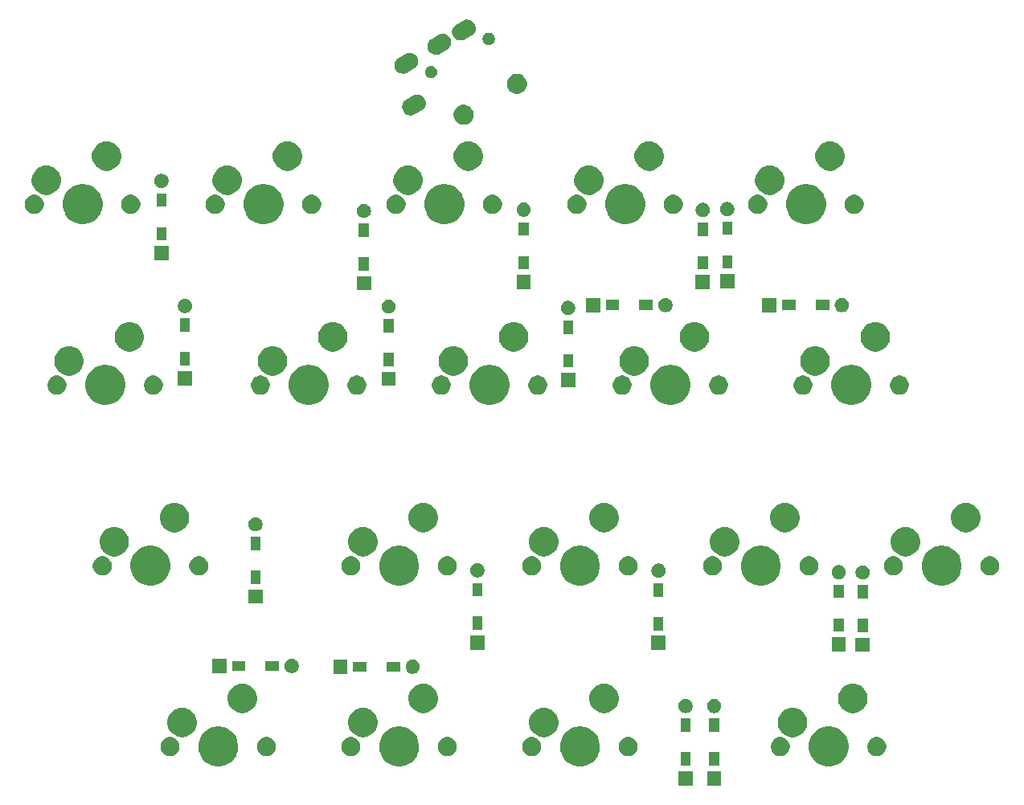
<source format=gbr>
G04 #@! TF.GenerationSoftware,KiCad,Pcbnew,(5.1.6-0-10_14)*
G04 #@! TF.CreationDate,2022-08-31T17:49:11+09:00*
G04 #@! TF.ProjectId,cool936,636f6f6c-3933-4362-9e6b-696361645f70,rev?*
G04 #@! TF.SameCoordinates,Original*
G04 #@! TF.FileFunction,Soldermask,Top*
G04 #@! TF.FilePolarity,Negative*
%FSLAX46Y46*%
G04 Gerber Fmt 4.6, Leading zero omitted, Abs format (unit mm)*
G04 Created by KiCad (PCBNEW (5.1.6-0-10_14)) date 2022-08-31 17:49:11*
%MOMM*%
%LPD*%
G01*
G04 APERTURE LIST*
%ADD10C,0.100000*%
G04 APERTURE END LIST*
D10*
G36*
X95849500Y-61239500D02*
G01*
X94350500Y-61239500D01*
X94350500Y-59740500D01*
X95849500Y-59740500D01*
X95849500Y-61239500D01*
G37*
G36*
X92839500Y-61239500D02*
G01*
X91340500Y-61239500D01*
X91340500Y-59740500D01*
X92839500Y-59740500D01*
X92839500Y-61239500D01*
G37*
G36*
X107634036Y-55102827D02*
G01*
X107769339Y-55129740D01*
X108151697Y-55288118D01*
X108495810Y-55518047D01*
X108788453Y-55810690D01*
X109018382Y-56154803D01*
X109166297Y-56511900D01*
X109176760Y-56537162D01*
X109257500Y-56943068D01*
X109257500Y-57356932D01*
X109204347Y-57624149D01*
X109176760Y-57762839D01*
X109018382Y-58145197D01*
X108788453Y-58489310D01*
X108495810Y-58781953D01*
X108151697Y-59011882D01*
X107769339Y-59170260D01*
X107634036Y-59197173D01*
X107363432Y-59251000D01*
X106949568Y-59251000D01*
X106678964Y-59197173D01*
X106543661Y-59170260D01*
X106161303Y-59011882D01*
X105817190Y-58781953D01*
X105524547Y-58489310D01*
X105294618Y-58145197D01*
X105136240Y-57762839D01*
X105108653Y-57624149D01*
X105055500Y-57356932D01*
X105055500Y-56943068D01*
X105136240Y-56537162D01*
X105146704Y-56511900D01*
X105294618Y-56154803D01*
X105524547Y-55810690D01*
X105817190Y-55518047D01*
X106161303Y-55288118D01*
X106543661Y-55129740D01*
X106678964Y-55102827D01*
X106949568Y-55049000D01*
X107363432Y-55049000D01*
X107634036Y-55102827D01*
G37*
G36*
X81440036Y-55102827D02*
G01*
X81575339Y-55129740D01*
X81957697Y-55288118D01*
X82301810Y-55518047D01*
X82594453Y-55810690D01*
X82824382Y-56154803D01*
X82972297Y-56511900D01*
X82982760Y-56537162D01*
X83063500Y-56943068D01*
X83063500Y-57356932D01*
X83010347Y-57624149D01*
X82982760Y-57762839D01*
X82824382Y-58145197D01*
X82594453Y-58489310D01*
X82301810Y-58781953D01*
X81957697Y-59011882D01*
X81575339Y-59170260D01*
X81440036Y-59197173D01*
X81169432Y-59251000D01*
X80755568Y-59251000D01*
X80484964Y-59197173D01*
X80349661Y-59170260D01*
X79967303Y-59011882D01*
X79623190Y-58781953D01*
X79330547Y-58489310D01*
X79100618Y-58145197D01*
X78942240Y-57762839D01*
X78914653Y-57624149D01*
X78861500Y-57356932D01*
X78861500Y-56943068D01*
X78942240Y-56537162D01*
X78952704Y-56511900D01*
X79100618Y-56154803D01*
X79330547Y-55810690D01*
X79623190Y-55518047D01*
X79967303Y-55288118D01*
X80349661Y-55129740D01*
X80484964Y-55102827D01*
X80755568Y-55049000D01*
X81169432Y-55049000D01*
X81440036Y-55102827D01*
G37*
G36*
X62390036Y-55102827D02*
G01*
X62525339Y-55129740D01*
X62907697Y-55288118D01*
X63251810Y-55518047D01*
X63544453Y-55810690D01*
X63774382Y-56154803D01*
X63922297Y-56511900D01*
X63932760Y-56537162D01*
X64013500Y-56943068D01*
X64013500Y-57356932D01*
X63960347Y-57624149D01*
X63932760Y-57762839D01*
X63774382Y-58145197D01*
X63544453Y-58489310D01*
X63251810Y-58781953D01*
X62907697Y-59011882D01*
X62525339Y-59170260D01*
X62390036Y-59197173D01*
X62119432Y-59251000D01*
X61705568Y-59251000D01*
X61434964Y-59197173D01*
X61299661Y-59170260D01*
X60917303Y-59011882D01*
X60573190Y-58781953D01*
X60280547Y-58489310D01*
X60050618Y-58145197D01*
X59892240Y-57762839D01*
X59864653Y-57624149D01*
X59811500Y-57356932D01*
X59811500Y-56943068D01*
X59892240Y-56537162D01*
X59902704Y-56511900D01*
X60050618Y-56154803D01*
X60280547Y-55810690D01*
X60573190Y-55518047D01*
X60917303Y-55288118D01*
X61299661Y-55129740D01*
X61434964Y-55102827D01*
X61705568Y-55049000D01*
X62119432Y-55049000D01*
X62390036Y-55102827D01*
G37*
G36*
X43340036Y-55102827D02*
G01*
X43475339Y-55129740D01*
X43857697Y-55288118D01*
X44201810Y-55518047D01*
X44494453Y-55810690D01*
X44724382Y-56154803D01*
X44872297Y-56511900D01*
X44882760Y-56537162D01*
X44963500Y-56943068D01*
X44963500Y-57356932D01*
X44910347Y-57624149D01*
X44882760Y-57762839D01*
X44724382Y-58145197D01*
X44494453Y-58489310D01*
X44201810Y-58781953D01*
X43857697Y-59011882D01*
X43475339Y-59170260D01*
X43340036Y-59197173D01*
X43069432Y-59251000D01*
X42655568Y-59251000D01*
X42384964Y-59197173D01*
X42249661Y-59170260D01*
X41867303Y-59011882D01*
X41523190Y-58781953D01*
X41230547Y-58489310D01*
X41000618Y-58145197D01*
X40842240Y-57762839D01*
X40814653Y-57624149D01*
X40761500Y-57356932D01*
X40761500Y-56943068D01*
X40842240Y-56537162D01*
X40852704Y-56511900D01*
X41000618Y-56154803D01*
X41230547Y-55810690D01*
X41523190Y-55518047D01*
X41867303Y-55288118D01*
X42249661Y-55129740D01*
X42384964Y-55102827D01*
X42655568Y-55049000D01*
X43069432Y-55049000D01*
X43340036Y-55102827D01*
G37*
G36*
X95626000Y-59156000D02*
G01*
X94574000Y-59156000D01*
X94574000Y-57754000D01*
X95626000Y-57754000D01*
X95626000Y-59156000D01*
G37*
G36*
X92616000Y-59156000D02*
G01*
X91564000Y-59156000D01*
X91564000Y-57754000D01*
X92616000Y-57754000D01*
X92616000Y-59156000D01*
G37*
G36*
X37910264Y-56154803D02*
G01*
X38074481Y-56187468D01*
X38256651Y-56262926D01*
X38420600Y-56372473D01*
X38560027Y-56511900D01*
X38669574Y-56675849D01*
X38745032Y-56858019D01*
X38783500Y-57051410D01*
X38783500Y-57248590D01*
X38745032Y-57441981D01*
X38669574Y-57624151D01*
X38560027Y-57788100D01*
X38420600Y-57927527D01*
X38256651Y-58037074D01*
X38074481Y-58112532D01*
X37977785Y-58131766D01*
X37881091Y-58151000D01*
X37683909Y-58151000D01*
X37587215Y-58131766D01*
X37490519Y-58112532D01*
X37308349Y-58037074D01*
X37144400Y-57927527D01*
X37004973Y-57788100D01*
X36895426Y-57624151D01*
X36819968Y-57441981D01*
X36781500Y-57248590D01*
X36781500Y-57051410D01*
X36819968Y-56858019D01*
X36895426Y-56675849D01*
X37004973Y-56511900D01*
X37144400Y-56372473D01*
X37308349Y-56262926D01*
X37490519Y-56187468D01*
X37654736Y-56154803D01*
X37683909Y-56149000D01*
X37881091Y-56149000D01*
X37910264Y-56154803D01*
G37*
G36*
X76010264Y-56154803D02*
G01*
X76174481Y-56187468D01*
X76356651Y-56262926D01*
X76520600Y-56372473D01*
X76660027Y-56511900D01*
X76769574Y-56675849D01*
X76845032Y-56858019D01*
X76883500Y-57051410D01*
X76883500Y-57248590D01*
X76845032Y-57441981D01*
X76769574Y-57624151D01*
X76660027Y-57788100D01*
X76520600Y-57927527D01*
X76356651Y-58037074D01*
X76174481Y-58112532D01*
X76077785Y-58131766D01*
X75981091Y-58151000D01*
X75783909Y-58151000D01*
X75687215Y-58131766D01*
X75590519Y-58112532D01*
X75408349Y-58037074D01*
X75244400Y-57927527D01*
X75104973Y-57788100D01*
X74995426Y-57624151D01*
X74919968Y-57441981D01*
X74881500Y-57248590D01*
X74881500Y-57051410D01*
X74919968Y-56858019D01*
X74995426Y-56675849D01*
X75104973Y-56511900D01*
X75244400Y-56372473D01*
X75408349Y-56262926D01*
X75590519Y-56187468D01*
X75754736Y-56154803D01*
X75783909Y-56149000D01*
X75981091Y-56149000D01*
X76010264Y-56154803D01*
G37*
G36*
X86170264Y-56154803D02*
G01*
X86334481Y-56187468D01*
X86516651Y-56262926D01*
X86680600Y-56372473D01*
X86820027Y-56511900D01*
X86929574Y-56675849D01*
X87005032Y-56858019D01*
X87043500Y-57051410D01*
X87043500Y-57248590D01*
X87005032Y-57441981D01*
X86929574Y-57624151D01*
X86820027Y-57788100D01*
X86680600Y-57927527D01*
X86516651Y-58037074D01*
X86334481Y-58112532D01*
X86237785Y-58131766D01*
X86141091Y-58151000D01*
X85943909Y-58151000D01*
X85847215Y-58131766D01*
X85750519Y-58112532D01*
X85568349Y-58037074D01*
X85404400Y-57927527D01*
X85264973Y-57788100D01*
X85155426Y-57624151D01*
X85079968Y-57441981D01*
X85041500Y-57248590D01*
X85041500Y-57051410D01*
X85079968Y-56858019D01*
X85155426Y-56675849D01*
X85264973Y-56511900D01*
X85404400Y-56372473D01*
X85568349Y-56262926D01*
X85750519Y-56187468D01*
X85914736Y-56154803D01*
X85943909Y-56149000D01*
X86141091Y-56149000D01*
X86170264Y-56154803D01*
G37*
G36*
X102204264Y-56154803D02*
G01*
X102368481Y-56187468D01*
X102550651Y-56262926D01*
X102714600Y-56372473D01*
X102854027Y-56511900D01*
X102963574Y-56675849D01*
X103039032Y-56858019D01*
X103077500Y-57051410D01*
X103077500Y-57248590D01*
X103039032Y-57441981D01*
X102963574Y-57624151D01*
X102854027Y-57788100D01*
X102714600Y-57927527D01*
X102550651Y-58037074D01*
X102368481Y-58112532D01*
X102271785Y-58131766D01*
X102175091Y-58151000D01*
X101977909Y-58151000D01*
X101881215Y-58131766D01*
X101784519Y-58112532D01*
X101602349Y-58037074D01*
X101438400Y-57927527D01*
X101298973Y-57788100D01*
X101189426Y-57624151D01*
X101113968Y-57441981D01*
X101075500Y-57248590D01*
X101075500Y-57051410D01*
X101113968Y-56858019D01*
X101189426Y-56675849D01*
X101298973Y-56511900D01*
X101438400Y-56372473D01*
X101602349Y-56262926D01*
X101784519Y-56187468D01*
X101948736Y-56154803D01*
X101977909Y-56149000D01*
X102175091Y-56149000D01*
X102204264Y-56154803D01*
G37*
G36*
X112364264Y-56154803D02*
G01*
X112528481Y-56187468D01*
X112710651Y-56262926D01*
X112874600Y-56372473D01*
X113014027Y-56511900D01*
X113123574Y-56675849D01*
X113199032Y-56858019D01*
X113237500Y-57051410D01*
X113237500Y-57248590D01*
X113199032Y-57441981D01*
X113123574Y-57624151D01*
X113014027Y-57788100D01*
X112874600Y-57927527D01*
X112710651Y-58037074D01*
X112528481Y-58112532D01*
X112431785Y-58131766D01*
X112335091Y-58151000D01*
X112137909Y-58151000D01*
X112041215Y-58131766D01*
X111944519Y-58112532D01*
X111762349Y-58037074D01*
X111598400Y-57927527D01*
X111458973Y-57788100D01*
X111349426Y-57624151D01*
X111273968Y-57441981D01*
X111235500Y-57248590D01*
X111235500Y-57051410D01*
X111273968Y-56858019D01*
X111349426Y-56675849D01*
X111458973Y-56511900D01*
X111598400Y-56372473D01*
X111762349Y-56262926D01*
X111944519Y-56187468D01*
X112108736Y-56154803D01*
X112137909Y-56149000D01*
X112335091Y-56149000D01*
X112364264Y-56154803D01*
G37*
G36*
X48070264Y-56154803D02*
G01*
X48234481Y-56187468D01*
X48416651Y-56262926D01*
X48580600Y-56372473D01*
X48720027Y-56511900D01*
X48829574Y-56675849D01*
X48905032Y-56858019D01*
X48943500Y-57051410D01*
X48943500Y-57248590D01*
X48905032Y-57441981D01*
X48829574Y-57624151D01*
X48720027Y-57788100D01*
X48580600Y-57927527D01*
X48416651Y-58037074D01*
X48234481Y-58112532D01*
X48137785Y-58131766D01*
X48041091Y-58151000D01*
X47843909Y-58151000D01*
X47747215Y-58131766D01*
X47650519Y-58112532D01*
X47468349Y-58037074D01*
X47304400Y-57927527D01*
X47164973Y-57788100D01*
X47055426Y-57624151D01*
X46979968Y-57441981D01*
X46941500Y-57248590D01*
X46941500Y-57051410D01*
X46979968Y-56858019D01*
X47055426Y-56675849D01*
X47164973Y-56511900D01*
X47304400Y-56372473D01*
X47468349Y-56262926D01*
X47650519Y-56187468D01*
X47814736Y-56154803D01*
X47843909Y-56149000D01*
X48041091Y-56149000D01*
X48070264Y-56154803D01*
G37*
G36*
X56960264Y-56154803D02*
G01*
X57124481Y-56187468D01*
X57306651Y-56262926D01*
X57470600Y-56372473D01*
X57610027Y-56511900D01*
X57719574Y-56675849D01*
X57795032Y-56858019D01*
X57833500Y-57051410D01*
X57833500Y-57248590D01*
X57795032Y-57441981D01*
X57719574Y-57624151D01*
X57610027Y-57788100D01*
X57470600Y-57927527D01*
X57306651Y-58037074D01*
X57124481Y-58112532D01*
X57027785Y-58131766D01*
X56931091Y-58151000D01*
X56733909Y-58151000D01*
X56637215Y-58131766D01*
X56540519Y-58112532D01*
X56358349Y-58037074D01*
X56194400Y-57927527D01*
X56054973Y-57788100D01*
X55945426Y-57624151D01*
X55869968Y-57441981D01*
X55831500Y-57248590D01*
X55831500Y-57051410D01*
X55869968Y-56858019D01*
X55945426Y-56675849D01*
X56054973Y-56511900D01*
X56194400Y-56372473D01*
X56358349Y-56262926D01*
X56540519Y-56187468D01*
X56704736Y-56154803D01*
X56733909Y-56149000D01*
X56931091Y-56149000D01*
X56960264Y-56154803D01*
G37*
G36*
X67120264Y-56154803D02*
G01*
X67284481Y-56187468D01*
X67466651Y-56262926D01*
X67630600Y-56372473D01*
X67770027Y-56511900D01*
X67879574Y-56675849D01*
X67955032Y-56858019D01*
X67993500Y-57051410D01*
X67993500Y-57248590D01*
X67955032Y-57441981D01*
X67879574Y-57624151D01*
X67770027Y-57788100D01*
X67630600Y-57927527D01*
X67466651Y-58037074D01*
X67284481Y-58112532D01*
X67187785Y-58131766D01*
X67091091Y-58151000D01*
X66893909Y-58151000D01*
X66797215Y-58131766D01*
X66700519Y-58112532D01*
X66518349Y-58037074D01*
X66354400Y-57927527D01*
X66214973Y-57788100D01*
X66105426Y-57624151D01*
X66029968Y-57441981D01*
X65991500Y-57248590D01*
X65991500Y-57051410D01*
X66029968Y-56858019D01*
X66105426Y-56675849D01*
X66214973Y-56511900D01*
X66354400Y-56372473D01*
X66518349Y-56262926D01*
X66700519Y-56187468D01*
X66864736Y-56154803D01*
X66893909Y-56149000D01*
X67091091Y-56149000D01*
X67120264Y-56154803D01*
G37*
G36*
X77454170Y-53088620D02*
G01*
X77604910Y-53118604D01*
X77887174Y-53235521D01*
X78141205Y-53405259D01*
X78357241Y-53621295D01*
X78526979Y-53875326D01*
X78643896Y-54157590D01*
X78703500Y-54457240D01*
X78703500Y-54762760D01*
X78643896Y-55062410D01*
X78526979Y-55344674D01*
X78357241Y-55598705D01*
X78141205Y-55814741D01*
X77887174Y-55984479D01*
X77604910Y-56101396D01*
X77455085Y-56131198D01*
X77305261Y-56161000D01*
X76999739Y-56161000D01*
X76849915Y-56131198D01*
X76700090Y-56101396D01*
X76417826Y-55984479D01*
X76163795Y-55814741D01*
X75947759Y-55598705D01*
X75778021Y-55344674D01*
X75661104Y-55062410D01*
X75601500Y-54762760D01*
X75601500Y-54457240D01*
X75661104Y-54157590D01*
X75778021Y-53875326D01*
X75947759Y-53621295D01*
X76163795Y-53405259D01*
X76417826Y-53235521D01*
X76700090Y-53118604D01*
X76850830Y-53088620D01*
X76999739Y-53059000D01*
X77305261Y-53059000D01*
X77454170Y-53088620D01*
G37*
G36*
X58404170Y-53088620D02*
G01*
X58554910Y-53118604D01*
X58837174Y-53235521D01*
X59091205Y-53405259D01*
X59307241Y-53621295D01*
X59476979Y-53875326D01*
X59593896Y-54157590D01*
X59653500Y-54457240D01*
X59653500Y-54762760D01*
X59593896Y-55062410D01*
X59476979Y-55344674D01*
X59307241Y-55598705D01*
X59091205Y-55814741D01*
X58837174Y-55984479D01*
X58554910Y-56101396D01*
X58405085Y-56131198D01*
X58255261Y-56161000D01*
X57949739Y-56161000D01*
X57799915Y-56131198D01*
X57650090Y-56101396D01*
X57367826Y-55984479D01*
X57113795Y-55814741D01*
X56897759Y-55598705D01*
X56728021Y-55344674D01*
X56611104Y-55062410D01*
X56551500Y-54762760D01*
X56551500Y-54457240D01*
X56611104Y-54157590D01*
X56728021Y-53875326D01*
X56897759Y-53621295D01*
X57113795Y-53405259D01*
X57367826Y-53235521D01*
X57650090Y-53118604D01*
X57800830Y-53088620D01*
X57949739Y-53059000D01*
X58255261Y-53059000D01*
X58404170Y-53088620D01*
G37*
G36*
X103648170Y-53088620D02*
G01*
X103798910Y-53118604D01*
X104081174Y-53235521D01*
X104335205Y-53405259D01*
X104551241Y-53621295D01*
X104720979Y-53875326D01*
X104837896Y-54157590D01*
X104897500Y-54457240D01*
X104897500Y-54762760D01*
X104837896Y-55062410D01*
X104720979Y-55344674D01*
X104551241Y-55598705D01*
X104335205Y-55814741D01*
X104081174Y-55984479D01*
X103798910Y-56101396D01*
X103649085Y-56131198D01*
X103499261Y-56161000D01*
X103193739Y-56161000D01*
X103043915Y-56131198D01*
X102894090Y-56101396D01*
X102611826Y-55984479D01*
X102357795Y-55814741D01*
X102141759Y-55598705D01*
X101972021Y-55344674D01*
X101855104Y-55062410D01*
X101795500Y-54762760D01*
X101795500Y-54457240D01*
X101855104Y-54157590D01*
X101972021Y-53875326D01*
X102141759Y-53621295D01*
X102357795Y-53405259D01*
X102611826Y-53235521D01*
X102894090Y-53118604D01*
X103044830Y-53088620D01*
X103193739Y-53059000D01*
X103499261Y-53059000D01*
X103648170Y-53088620D01*
G37*
G36*
X39354170Y-53088620D02*
G01*
X39504910Y-53118604D01*
X39787174Y-53235521D01*
X40041205Y-53405259D01*
X40257241Y-53621295D01*
X40426979Y-53875326D01*
X40543896Y-54157590D01*
X40603500Y-54457240D01*
X40603500Y-54762760D01*
X40543896Y-55062410D01*
X40426979Y-55344674D01*
X40257241Y-55598705D01*
X40041205Y-55814741D01*
X39787174Y-55984479D01*
X39504910Y-56101396D01*
X39355085Y-56131198D01*
X39205261Y-56161000D01*
X38899739Y-56161000D01*
X38749915Y-56131198D01*
X38600090Y-56101396D01*
X38317826Y-55984479D01*
X38063795Y-55814741D01*
X37847759Y-55598705D01*
X37678021Y-55344674D01*
X37561104Y-55062410D01*
X37501500Y-54762760D01*
X37501500Y-54457240D01*
X37561104Y-54157590D01*
X37678021Y-53875326D01*
X37847759Y-53621295D01*
X38063795Y-53405259D01*
X38317826Y-53235521D01*
X38600090Y-53118604D01*
X38750830Y-53088620D01*
X38899739Y-53059000D01*
X39205261Y-53059000D01*
X39354170Y-53088620D01*
G37*
G36*
X95626000Y-55606000D02*
G01*
X94574000Y-55606000D01*
X94574000Y-54204000D01*
X95626000Y-54204000D01*
X95626000Y-55606000D01*
G37*
G36*
X92616000Y-55606000D02*
G01*
X91564000Y-55606000D01*
X91564000Y-54204000D01*
X92616000Y-54204000D01*
X92616000Y-55606000D01*
G37*
G36*
X83805085Y-50548802D02*
G01*
X83954910Y-50578604D01*
X84237174Y-50695521D01*
X84491205Y-50865259D01*
X84707241Y-51081295D01*
X84876979Y-51335326D01*
X84993896Y-51617590D01*
X85053500Y-51917240D01*
X85053500Y-52222760D01*
X84993896Y-52522410D01*
X84876979Y-52804674D01*
X84707241Y-53058705D01*
X84491205Y-53274741D01*
X84237174Y-53444479D01*
X83954910Y-53561396D01*
X83807604Y-53590697D01*
X83655261Y-53621000D01*
X83349739Y-53621000D01*
X83197396Y-53590697D01*
X83050090Y-53561396D01*
X82767826Y-53444479D01*
X82513795Y-53274741D01*
X82297759Y-53058705D01*
X82128021Y-52804674D01*
X82011104Y-52522410D01*
X81951500Y-52222760D01*
X81951500Y-51917240D01*
X82011104Y-51617590D01*
X82128021Y-51335326D01*
X82297759Y-51081295D01*
X82513795Y-50865259D01*
X82767826Y-50695521D01*
X83050090Y-50578604D01*
X83199915Y-50548802D01*
X83349739Y-50519000D01*
X83655261Y-50519000D01*
X83805085Y-50548802D01*
G37*
G36*
X64755085Y-50548802D02*
G01*
X64904910Y-50578604D01*
X65187174Y-50695521D01*
X65441205Y-50865259D01*
X65657241Y-51081295D01*
X65826979Y-51335326D01*
X65943896Y-51617590D01*
X66003500Y-51917240D01*
X66003500Y-52222760D01*
X65943896Y-52522410D01*
X65826979Y-52804674D01*
X65657241Y-53058705D01*
X65441205Y-53274741D01*
X65187174Y-53444479D01*
X64904910Y-53561396D01*
X64757604Y-53590697D01*
X64605261Y-53621000D01*
X64299739Y-53621000D01*
X64147396Y-53590697D01*
X64000090Y-53561396D01*
X63717826Y-53444479D01*
X63463795Y-53274741D01*
X63247759Y-53058705D01*
X63078021Y-52804674D01*
X62961104Y-52522410D01*
X62901500Y-52222760D01*
X62901500Y-51917240D01*
X62961104Y-51617590D01*
X63078021Y-51335326D01*
X63247759Y-51081295D01*
X63463795Y-50865259D01*
X63717826Y-50695521D01*
X64000090Y-50578604D01*
X64149915Y-50548802D01*
X64299739Y-50519000D01*
X64605261Y-50519000D01*
X64755085Y-50548802D01*
G37*
G36*
X45705085Y-50548802D02*
G01*
X45854910Y-50578604D01*
X46137174Y-50695521D01*
X46391205Y-50865259D01*
X46607241Y-51081295D01*
X46776979Y-51335326D01*
X46893896Y-51617590D01*
X46953500Y-51917240D01*
X46953500Y-52222760D01*
X46893896Y-52522410D01*
X46776979Y-52804674D01*
X46607241Y-53058705D01*
X46391205Y-53274741D01*
X46137174Y-53444479D01*
X45854910Y-53561396D01*
X45707604Y-53590697D01*
X45555261Y-53621000D01*
X45249739Y-53621000D01*
X45097396Y-53590697D01*
X44950090Y-53561396D01*
X44667826Y-53444479D01*
X44413795Y-53274741D01*
X44197759Y-53058705D01*
X44028021Y-52804674D01*
X43911104Y-52522410D01*
X43851500Y-52222760D01*
X43851500Y-51917240D01*
X43911104Y-51617590D01*
X44028021Y-51335326D01*
X44197759Y-51081295D01*
X44413795Y-50865259D01*
X44667826Y-50695521D01*
X44950090Y-50578604D01*
X45099915Y-50548802D01*
X45249739Y-50519000D01*
X45555261Y-50519000D01*
X45705085Y-50548802D01*
G37*
G36*
X109999085Y-50548802D02*
G01*
X110148910Y-50578604D01*
X110431174Y-50695521D01*
X110685205Y-50865259D01*
X110901241Y-51081295D01*
X111070979Y-51335326D01*
X111187896Y-51617590D01*
X111247500Y-51917240D01*
X111247500Y-52222760D01*
X111187896Y-52522410D01*
X111070979Y-52804674D01*
X110901241Y-53058705D01*
X110685205Y-53274741D01*
X110431174Y-53444479D01*
X110148910Y-53561396D01*
X110001604Y-53590697D01*
X109849261Y-53621000D01*
X109543739Y-53621000D01*
X109391396Y-53590697D01*
X109244090Y-53561396D01*
X108961826Y-53444479D01*
X108707795Y-53274741D01*
X108491759Y-53058705D01*
X108322021Y-52804674D01*
X108205104Y-52522410D01*
X108145500Y-52222760D01*
X108145500Y-51917240D01*
X108205104Y-51617590D01*
X108322021Y-51335326D01*
X108491759Y-51081295D01*
X108707795Y-50865259D01*
X108961826Y-50695521D01*
X109244090Y-50578604D01*
X109393915Y-50548802D01*
X109543739Y-50519000D01*
X109849261Y-50519000D01*
X109999085Y-50548802D01*
G37*
G36*
X95194425Y-52124599D02*
G01*
X95318621Y-52149302D01*
X95455022Y-52205801D01*
X95577779Y-52287825D01*
X95682175Y-52392221D01*
X95764199Y-52514978D01*
X95820698Y-52651379D01*
X95849500Y-52796181D01*
X95849500Y-52943819D01*
X95820698Y-53088621D01*
X95764199Y-53225022D01*
X95682175Y-53347779D01*
X95577779Y-53452175D01*
X95455022Y-53534199D01*
X95318621Y-53590698D01*
X95194425Y-53615401D01*
X95173820Y-53619500D01*
X95026180Y-53619500D01*
X95005575Y-53615401D01*
X94881379Y-53590698D01*
X94744978Y-53534199D01*
X94622221Y-53452175D01*
X94517825Y-53347779D01*
X94435801Y-53225022D01*
X94379302Y-53088621D01*
X94350500Y-52943819D01*
X94350500Y-52796181D01*
X94379302Y-52651379D01*
X94435801Y-52514978D01*
X94517825Y-52392221D01*
X94622221Y-52287825D01*
X94744978Y-52205801D01*
X94881379Y-52149302D01*
X95005575Y-52124599D01*
X95026180Y-52120500D01*
X95173820Y-52120500D01*
X95194425Y-52124599D01*
G37*
G36*
X92184425Y-52124599D02*
G01*
X92308621Y-52149302D01*
X92445022Y-52205801D01*
X92567779Y-52287825D01*
X92672175Y-52392221D01*
X92754199Y-52514978D01*
X92810698Y-52651379D01*
X92839500Y-52796181D01*
X92839500Y-52943819D01*
X92810698Y-53088621D01*
X92754199Y-53225022D01*
X92672175Y-53347779D01*
X92567779Y-53452175D01*
X92445022Y-53534199D01*
X92308621Y-53590698D01*
X92184425Y-53615401D01*
X92163820Y-53619500D01*
X92016180Y-53619500D01*
X91995575Y-53615401D01*
X91871379Y-53590698D01*
X91734978Y-53534199D01*
X91612221Y-53452175D01*
X91507825Y-53347779D01*
X91425801Y-53225022D01*
X91369302Y-53088621D01*
X91340500Y-52943819D01*
X91340500Y-52796181D01*
X91369302Y-52651379D01*
X91425801Y-52514978D01*
X91507825Y-52392221D01*
X91612221Y-52287825D01*
X91734978Y-52205801D01*
X91871379Y-52149302D01*
X91995575Y-52124599D01*
X92016180Y-52120500D01*
X92163820Y-52120500D01*
X92184425Y-52124599D01*
G37*
G36*
X63434425Y-47984599D02*
G01*
X63558621Y-48009302D01*
X63695022Y-48065801D01*
X63817779Y-48147825D01*
X63922175Y-48252221D01*
X64004199Y-48374978D01*
X64060698Y-48511379D01*
X64089500Y-48656181D01*
X64089500Y-48803819D01*
X64060698Y-48948621D01*
X64004199Y-49085022D01*
X63922175Y-49207779D01*
X63817779Y-49312175D01*
X63695022Y-49394199D01*
X63558621Y-49450698D01*
X63434425Y-49475401D01*
X63413820Y-49479500D01*
X63266180Y-49479500D01*
X63245575Y-49475401D01*
X63121379Y-49450698D01*
X62984978Y-49394199D01*
X62862221Y-49312175D01*
X62757825Y-49207779D01*
X62675801Y-49085022D01*
X62619302Y-48948621D01*
X62590500Y-48803819D01*
X62590500Y-48656181D01*
X62619302Y-48511379D01*
X62675801Y-48374978D01*
X62757825Y-48252221D01*
X62862221Y-48147825D01*
X62984978Y-48065801D01*
X63121379Y-48009302D01*
X63245575Y-47984599D01*
X63266180Y-47980500D01*
X63413820Y-47980500D01*
X63434425Y-47984599D01*
G37*
G36*
X56469500Y-49479500D02*
G01*
X54970500Y-49479500D01*
X54970500Y-47980500D01*
X56469500Y-47980500D01*
X56469500Y-49479500D01*
G37*
G36*
X43719500Y-49409500D02*
G01*
X42220500Y-49409500D01*
X42220500Y-47910500D01*
X43719500Y-47910500D01*
X43719500Y-49409500D01*
G37*
G36*
X50684425Y-47914599D02*
G01*
X50808621Y-47939302D01*
X50945022Y-47995801D01*
X51067779Y-48077825D01*
X51172175Y-48182221D01*
X51254199Y-48304978D01*
X51310698Y-48441379D01*
X51339500Y-48586181D01*
X51339500Y-48733819D01*
X51310698Y-48878621D01*
X51254199Y-49015022D01*
X51172175Y-49137779D01*
X51067779Y-49242175D01*
X50945022Y-49324199D01*
X50808621Y-49380698D01*
X50684425Y-49405401D01*
X50663820Y-49409500D01*
X50516180Y-49409500D01*
X50495575Y-49405401D01*
X50371379Y-49380698D01*
X50234978Y-49324199D01*
X50112221Y-49242175D01*
X50007825Y-49137779D01*
X49925801Y-49015022D01*
X49869302Y-48878621D01*
X49840500Y-48733819D01*
X49840500Y-48586181D01*
X49869302Y-48441379D01*
X49925801Y-48304978D01*
X50007825Y-48182221D01*
X50112221Y-48077825D01*
X50234978Y-47995801D01*
X50371379Y-47939302D01*
X50495575Y-47914599D01*
X50516180Y-47910500D01*
X50663820Y-47910500D01*
X50684425Y-47914599D01*
G37*
G36*
X62006000Y-49256000D02*
G01*
X60604000Y-49256000D01*
X60604000Y-48204000D01*
X62006000Y-48204000D01*
X62006000Y-49256000D01*
G37*
G36*
X58456000Y-49256000D02*
G01*
X57054000Y-49256000D01*
X57054000Y-48204000D01*
X58456000Y-48204000D01*
X58456000Y-49256000D01*
G37*
G36*
X49256000Y-49186000D02*
G01*
X47854000Y-49186000D01*
X47854000Y-48134000D01*
X49256000Y-48134000D01*
X49256000Y-49186000D01*
G37*
G36*
X45706000Y-49186000D02*
G01*
X44304000Y-49186000D01*
X44304000Y-48134000D01*
X45706000Y-48134000D01*
X45706000Y-49186000D01*
G37*
G36*
X111499500Y-47159500D02*
G01*
X110000500Y-47159500D01*
X110000500Y-45660500D01*
X111499500Y-45660500D01*
X111499500Y-47159500D01*
G37*
G36*
X108969500Y-47129500D02*
G01*
X107470500Y-47129500D01*
X107470500Y-45630500D01*
X108969500Y-45630500D01*
X108969500Y-47129500D01*
G37*
G36*
X89979500Y-46979500D02*
G01*
X88480500Y-46979500D01*
X88480500Y-45480500D01*
X89979500Y-45480500D01*
X89979500Y-46979500D01*
G37*
G36*
X70909500Y-46939500D02*
G01*
X69410500Y-46939500D01*
X69410500Y-45440500D01*
X70909500Y-45440500D01*
X70909500Y-46939500D01*
G37*
G36*
X111276000Y-45076000D02*
G01*
X110224000Y-45076000D01*
X110224000Y-43674000D01*
X111276000Y-43674000D01*
X111276000Y-45076000D01*
G37*
G36*
X108746000Y-45046000D02*
G01*
X107694000Y-45046000D01*
X107694000Y-43644000D01*
X108746000Y-43644000D01*
X108746000Y-45046000D01*
G37*
G36*
X89756000Y-44896000D02*
G01*
X88704000Y-44896000D01*
X88704000Y-43494000D01*
X89756000Y-43494000D01*
X89756000Y-44896000D01*
G37*
G36*
X70686000Y-44856000D02*
G01*
X69634000Y-44856000D01*
X69634000Y-43454000D01*
X70686000Y-43454000D01*
X70686000Y-44856000D01*
G37*
G36*
X47539500Y-42099500D02*
G01*
X46040500Y-42099500D01*
X46040500Y-40600500D01*
X47539500Y-40600500D01*
X47539500Y-42099500D01*
G37*
G36*
X111276000Y-41526000D02*
G01*
X110224000Y-41526000D01*
X110224000Y-40124000D01*
X111276000Y-40124000D01*
X111276000Y-41526000D01*
G37*
G36*
X108746000Y-41496000D02*
G01*
X107694000Y-41496000D01*
X107694000Y-40094000D01*
X108746000Y-40094000D01*
X108746000Y-41496000D01*
G37*
G36*
X89756000Y-41346000D02*
G01*
X88704000Y-41346000D01*
X88704000Y-39944000D01*
X89756000Y-39944000D01*
X89756000Y-41346000D01*
G37*
G36*
X70686000Y-41306000D02*
G01*
X69634000Y-41306000D01*
X69634000Y-39904000D01*
X70686000Y-39904000D01*
X70686000Y-41306000D01*
G37*
G36*
X119540036Y-36052827D02*
G01*
X119675339Y-36079740D01*
X120057697Y-36238118D01*
X120142336Y-36294672D01*
X120398747Y-36466000D01*
X120401810Y-36468047D01*
X120694453Y-36760690D01*
X120924382Y-37104803D01*
X121072297Y-37461900D01*
X121082760Y-37487162D01*
X121163500Y-37893068D01*
X121163500Y-38306932D01*
X121143997Y-38404978D01*
X121082760Y-38712839D01*
X121014544Y-38877527D01*
X120944025Y-39047776D01*
X120924382Y-39095197D01*
X120859583Y-39192175D01*
X120747781Y-39359500D01*
X120694453Y-39439310D01*
X120401810Y-39731953D01*
X120057697Y-39961882D01*
X119675339Y-40120260D01*
X119540036Y-40147173D01*
X119269432Y-40201000D01*
X118855568Y-40201000D01*
X118584964Y-40147173D01*
X118449661Y-40120260D01*
X118067303Y-39961882D01*
X117723190Y-39731953D01*
X117430547Y-39439310D01*
X117377220Y-39359500D01*
X117265417Y-39192175D01*
X117200618Y-39095197D01*
X117180976Y-39047776D01*
X117110456Y-38877527D01*
X117042240Y-38712839D01*
X116981003Y-38404978D01*
X116961500Y-38306932D01*
X116961500Y-37893068D01*
X117042240Y-37487162D01*
X117052704Y-37461900D01*
X117200618Y-37104803D01*
X117430547Y-36760690D01*
X117723190Y-36468047D01*
X117726254Y-36466000D01*
X117982664Y-36294672D01*
X118067303Y-36238118D01*
X118449661Y-36079740D01*
X118584964Y-36052827D01*
X118855568Y-35999000D01*
X119269432Y-35999000D01*
X119540036Y-36052827D01*
G37*
G36*
X100490036Y-36052827D02*
G01*
X100625339Y-36079740D01*
X101007697Y-36238118D01*
X101092336Y-36294672D01*
X101348747Y-36466000D01*
X101351810Y-36468047D01*
X101644453Y-36760690D01*
X101874382Y-37104803D01*
X102022297Y-37461900D01*
X102032760Y-37487162D01*
X102113500Y-37893068D01*
X102113500Y-38306932D01*
X102093997Y-38404978D01*
X102032760Y-38712839D01*
X101964544Y-38877527D01*
X101894025Y-39047776D01*
X101874382Y-39095197D01*
X101809583Y-39192175D01*
X101697781Y-39359500D01*
X101644453Y-39439310D01*
X101351810Y-39731953D01*
X101007697Y-39961882D01*
X100625339Y-40120260D01*
X100490036Y-40147173D01*
X100219432Y-40201000D01*
X99805568Y-40201000D01*
X99534964Y-40147173D01*
X99399661Y-40120260D01*
X99017303Y-39961882D01*
X98673190Y-39731953D01*
X98380547Y-39439310D01*
X98327220Y-39359500D01*
X98215417Y-39192175D01*
X98150618Y-39095197D01*
X98130976Y-39047776D01*
X98060456Y-38877527D01*
X97992240Y-38712839D01*
X97931003Y-38404978D01*
X97911500Y-38306932D01*
X97911500Y-37893068D01*
X97992240Y-37487162D01*
X98002704Y-37461900D01*
X98150618Y-37104803D01*
X98380547Y-36760690D01*
X98673190Y-36468047D01*
X98676254Y-36466000D01*
X98932664Y-36294672D01*
X99017303Y-36238118D01*
X99399661Y-36079740D01*
X99534964Y-36052827D01*
X99805568Y-35999000D01*
X100219432Y-35999000D01*
X100490036Y-36052827D01*
G37*
G36*
X81440036Y-36052827D02*
G01*
X81575339Y-36079740D01*
X81957697Y-36238118D01*
X82042336Y-36294672D01*
X82298747Y-36466000D01*
X82301810Y-36468047D01*
X82594453Y-36760690D01*
X82824382Y-37104803D01*
X82972297Y-37461900D01*
X82982760Y-37487162D01*
X83063500Y-37893068D01*
X83063500Y-38306932D01*
X83043997Y-38404978D01*
X82982760Y-38712839D01*
X82914544Y-38877527D01*
X82844025Y-39047776D01*
X82824382Y-39095197D01*
X82759583Y-39192175D01*
X82647781Y-39359500D01*
X82594453Y-39439310D01*
X82301810Y-39731953D01*
X81957697Y-39961882D01*
X81575339Y-40120260D01*
X81440036Y-40147173D01*
X81169432Y-40201000D01*
X80755568Y-40201000D01*
X80484964Y-40147173D01*
X80349661Y-40120260D01*
X79967303Y-39961882D01*
X79623190Y-39731953D01*
X79330547Y-39439310D01*
X79277220Y-39359500D01*
X79165417Y-39192175D01*
X79100618Y-39095197D01*
X79080976Y-39047776D01*
X79010456Y-38877527D01*
X78942240Y-38712839D01*
X78881003Y-38404978D01*
X78861500Y-38306932D01*
X78861500Y-37893068D01*
X78942240Y-37487162D01*
X78952704Y-37461900D01*
X79100618Y-37104803D01*
X79330547Y-36760690D01*
X79623190Y-36468047D01*
X79626254Y-36466000D01*
X79882664Y-36294672D01*
X79967303Y-36238118D01*
X80349661Y-36079740D01*
X80484964Y-36052827D01*
X80755568Y-35999000D01*
X81169432Y-35999000D01*
X81440036Y-36052827D01*
G37*
G36*
X62390036Y-36052827D02*
G01*
X62525339Y-36079740D01*
X62907697Y-36238118D01*
X62992336Y-36294672D01*
X63248747Y-36466000D01*
X63251810Y-36468047D01*
X63544453Y-36760690D01*
X63774382Y-37104803D01*
X63922297Y-37461900D01*
X63932760Y-37487162D01*
X64013500Y-37893068D01*
X64013500Y-38306932D01*
X63993997Y-38404978D01*
X63932760Y-38712839D01*
X63864544Y-38877527D01*
X63794025Y-39047776D01*
X63774382Y-39095197D01*
X63709583Y-39192175D01*
X63597781Y-39359500D01*
X63544453Y-39439310D01*
X63251810Y-39731953D01*
X62907697Y-39961882D01*
X62525339Y-40120260D01*
X62390036Y-40147173D01*
X62119432Y-40201000D01*
X61705568Y-40201000D01*
X61434964Y-40147173D01*
X61299661Y-40120260D01*
X60917303Y-39961882D01*
X60573190Y-39731953D01*
X60280547Y-39439310D01*
X60227220Y-39359500D01*
X60115417Y-39192175D01*
X60050618Y-39095197D01*
X60030976Y-39047776D01*
X59960456Y-38877527D01*
X59892240Y-38712839D01*
X59831003Y-38404978D01*
X59811500Y-38306932D01*
X59811500Y-37893068D01*
X59892240Y-37487162D01*
X59902704Y-37461900D01*
X60050618Y-37104803D01*
X60280547Y-36760690D01*
X60573190Y-36468047D01*
X60576254Y-36466000D01*
X60832664Y-36294672D01*
X60917303Y-36238118D01*
X61299661Y-36079740D01*
X61434964Y-36052827D01*
X61705568Y-35999000D01*
X62119432Y-35999000D01*
X62390036Y-36052827D01*
G37*
G36*
X36196536Y-36052827D02*
G01*
X36331839Y-36079740D01*
X36714197Y-36238118D01*
X36798836Y-36294672D01*
X37055247Y-36466000D01*
X37058310Y-36468047D01*
X37350953Y-36760690D01*
X37580882Y-37104803D01*
X37728797Y-37461900D01*
X37739260Y-37487162D01*
X37820000Y-37893068D01*
X37820000Y-38306932D01*
X37800497Y-38404978D01*
X37739260Y-38712839D01*
X37671044Y-38877527D01*
X37600525Y-39047776D01*
X37580882Y-39095197D01*
X37516083Y-39192175D01*
X37404281Y-39359500D01*
X37350953Y-39439310D01*
X37058310Y-39731953D01*
X36714197Y-39961882D01*
X36331839Y-40120260D01*
X36196536Y-40147173D01*
X35925932Y-40201000D01*
X35512068Y-40201000D01*
X35241464Y-40147173D01*
X35106161Y-40120260D01*
X34723803Y-39961882D01*
X34379690Y-39731953D01*
X34087047Y-39439310D01*
X34033720Y-39359500D01*
X33921917Y-39192175D01*
X33857118Y-39095197D01*
X33837476Y-39047776D01*
X33766956Y-38877527D01*
X33698740Y-38712839D01*
X33637503Y-38404978D01*
X33618000Y-38306932D01*
X33618000Y-37893068D01*
X33698740Y-37487162D01*
X33709204Y-37461900D01*
X33857118Y-37104803D01*
X34087047Y-36760690D01*
X34379690Y-36468047D01*
X34382754Y-36466000D01*
X34639164Y-36294672D01*
X34723803Y-36238118D01*
X35106161Y-36079740D01*
X35241464Y-36052827D01*
X35512068Y-35999000D01*
X35925932Y-35999000D01*
X36196536Y-36052827D01*
G37*
G36*
X47316000Y-40016000D02*
G01*
X46264000Y-40016000D01*
X46264000Y-38614000D01*
X47316000Y-38614000D01*
X47316000Y-40016000D01*
G37*
G36*
X110844425Y-38044599D02*
G01*
X110968621Y-38069302D01*
X111105022Y-38125801D01*
X111227779Y-38207825D01*
X111332175Y-38312221D01*
X111414199Y-38434978D01*
X111470698Y-38571379D01*
X111499500Y-38716181D01*
X111499500Y-38863819D01*
X111470698Y-39008621D01*
X111414199Y-39145022D01*
X111332175Y-39267779D01*
X111227779Y-39372175D01*
X111105022Y-39454199D01*
X110968621Y-39510698D01*
X110844425Y-39535401D01*
X110823820Y-39539500D01*
X110676180Y-39539500D01*
X110655575Y-39535401D01*
X110531379Y-39510698D01*
X110394978Y-39454199D01*
X110272221Y-39372175D01*
X110167825Y-39267779D01*
X110085801Y-39145022D01*
X110029302Y-39008621D01*
X110000500Y-38863819D01*
X110000500Y-38716181D01*
X110029302Y-38571379D01*
X110085801Y-38434978D01*
X110167825Y-38312221D01*
X110272221Y-38207825D01*
X110394978Y-38125801D01*
X110531379Y-38069302D01*
X110655575Y-38044599D01*
X110676180Y-38040500D01*
X110823820Y-38040500D01*
X110844425Y-38044599D01*
G37*
G36*
X108314425Y-38014599D02*
G01*
X108438621Y-38039302D01*
X108575022Y-38095801D01*
X108697779Y-38177825D01*
X108802175Y-38282221D01*
X108884199Y-38404978D01*
X108940698Y-38541379D01*
X108961074Y-38643819D01*
X108969031Y-38683820D01*
X108969500Y-38686181D01*
X108969500Y-38833819D01*
X108940698Y-38978621D01*
X108884199Y-39115022D01*
X108802175Y-39237779D01*
X108697779Y-39342175D01*
X108575022Y-39424199D01*
X108438621Y-39480698D01*
X108314425Y-39505401D01*
X108293820Y-39509500D01*
X108146180Y-39509500D01*
X108125575Y-39505401D01*
X108001379Y-39480698D01*
X107864978Y-39424199D01*
X107742221Y-39342175D01*
X107637825Y-39237779D01*
X107555801Y-39115022D01*
X107499302Y-38978621D01*
X107470500Y-38833819D01*
X107470500Y-38686181D01*
X107470970Y-38683820D01*
X107478926Y-38643819D01*
X107499302Y-38541379D01*
X107555801Y-38404978D01*
X107637825Y-38282221D01*
X107742221Y-38177825D01*
X107864978Y-38095801D01*
X108001379Y-38039302D01*
X108125575Y-38014599D01*
X108146180Y-38010500D01*
X108293820Y-38010500D01*
X108314425Y-38014599D01*
G37*
G36*
X89324425Y-37864599D02*
G01*
X89448621Y-37889302D01*
X89585022Y-37945801D01*
X89707779Y-38027825D01*
X89812175Y-38132221D01*
X89894199Y-38254978D01*
X89950698Y-38391379D01*
X89971544Y-38496181D01*
X89979500Y-38536180D01*
X89979500Y-38683820D01*
X89979030Y-38686181D01*
X89950698Y-38828621D01*
X89894199Y-38965022D01*
X89812175Y-39087779D01*
X89707779Y-39192175D01*
X89585022Y-39274199D01*
X89448621Y-39330698D01*
X89324425Y-39355401D01*
X89303820Y-39359500D01*
X89156180Y-39359500D01*
X89135575Y-39355401D01*
X89011379Y-39330698D01*
X88874978Y-39274199D01*
X88752221Y-39192175D01*
X88647825Y-39087779D01*
X88565801Y-38965022D01*
X88509302Y-38828621D01*
X88480970Y-38686181D01*
X88480500Y-38683820D01*
X88480500Y-38536180D01*
X88488456Y-38496181D01*
X88509302Y-38391379D01*
X88565801Y-38254978D01*
X88647825Y-38132221D01*
X88752221Y-38027825D01*
X88874978Y-37945801D01*
X89011379Y-37889302D01*
X89135575Y-37864599D01*
X89156180Y-37860500D01*
X89303820Y-37860500D01*
X89324425Y-37864599D01*
G37*
G36*
X70254425Y-37824599D02*
G01*
X70378621Y-37849302D01*
X70515022Y-37905801D01*
X70637779Y-37987825D01*
X70742175Y-38092221D01*
X70824199Y-38214978D01*
X70880698Y-38351379D01*
X70909500Y-38496181D01*
X70909500Y-38643819D01*
X70880698Y-38788621D01*
X70824199Y-38925022D01*
X70742175Y-39047779D01*
X70637779Y-39152175D01*
X70515022Y-39234199D01*
X70378621Y-39290698D01*
X70254425Y-39315401D01*
X70233820Y-39319500D01*
X70086180Y-39319500D01*
X70065575Y-39315401D01*
X69941379Y-39290698D01*
X69804978Y-39234199D01*
X69682221Y-39152175D01*
X69577825Y-39047779D01*
X69495801Y-38925022D01*
X69439302Y-38788621D01*
X69410500Y-38643819D01*
X69410500Y-38496181D01*
X69439302Y-38351379D01*
X69495801Y-38214978D01*
X69577825Y-38092221D01*
X69682221Y-37987825D01*
X69804978Y-37905801D01*
X69941379Y-37849302D01*
X70065575Y-37824599D01*
X70086180Y-37820500D01*
X70233820Y-37820500D01*
X70254425Y-37824599D01*
G37*
G36*
X56960264Y-37104803D02*
G01*
X57124481Y-37137468D01*
X57306651Y-37212926D01*
X57470600Y-37322473D01*
X57610027Y-37461900D01*
X57719574Y-37625849D01*
X57795032Y-37808019D01*
X57833500Y-38001410D01*
X57833500Y-38198590D01*
X57795032Y-38391981D01*
X57719574Y-38574151D01*
X57610027Y-38738100D01*
X57470600Y-38877527D01*
X57306651Y-38987074D01*
X57124481Y-39062532D01*
X56931091Y-39101000D01*
X56733909Y-39101000D01*
X56540519Y-39062532D01*
X56358349Y-38987074D01*
X56194400Y-38877527D01*
X56054973Y-38738100D01*
X55945426Y-38574151D01*
X55869968Y-38391981D01*
X55831500Y-38198590D01*
X55831500Y-38001410D01*
X55869968Y-37808019D01*
X55945426Y-37625849D01*
X56054973Y-37461900D01*
X56194400Y-37322473D01*
X56358349Y-37212926D01*
X56540519Y-37137468D01*
X56704736Y-37104803D01*
X56733909Y-37099000D01*
X56931091Y-37099000D01*
X56960264Y-37104803D01*
G37*
G36*
X67120264Y-37104803D02*
G01*
X67284481Y-37137468D01*
X67466651Y-37212926D01*
X67630600Y-37322473D01*
X67770027Y-37461900D01*
X67879574Y-37625849D01*
X67955032Y-37808019D01*
X67993500Y-38001410D01*
X67993500Y-38198590D01*
X67955032Y-38391981D01*
X67879574Y-38574151D01*
X67770027Y-38738100D01*
X67630600Y-38877527D01*
X67466651Y-38987074D01*
X67284481Y-39062532D01*
X67091091Y-39101000D01*
X66893909Y-39101000D01*
X66700519Y-39062532D01*
X66518349Y-38987074D01*
X66354400Y-38877527D01*
X66214973Y-38738100D01*
X66105426Y-38574151D01*
X66029968Y-38391981D01*
X65991500Y-38198590D01*
X65991500Y-38001410D01*
X66029968Y-37808019D01*
X66105426Y-37625849D01*
X66214973Y-37461900D01*
X66354400Y-37322473D01*
X66518349Y-37212926D01*
X66700519Y-37137468D01*
X66864736Y-37104803D01*
X66893909Y-37099000D01*
X67091091Y-37099000D01*
X67120264Y-37104803D01*
G37*
G36*
X105220264Y-37104803D02*
G01*
X105384481Y-37137468D01*
X105566651Y-37212926D01*
X105730600Y-37322473D01*
X105870027Y-37461900D01*
X105979574Y-37625849D01*
X106055032Y-37808019D01*
X106093500Y-38001410D01*
X106093500Y-38198590D01*
X106055032Y-38391981D01*
X105979574Y-38574151D01*
X105870027Y-38738100D01*
X105730600Y-38877527D01*
X105566651Y-38987074D01*
X105384481Y-39062532D01*
X105191091Y-39101000D01*
X104993909Y-39101000D01*
X104800519Y-39062532D01*
X104618349Y-38987074D01*
X104454400Y-38877527D01*
X104314973Y-38738100D01*
X104205426Y-38574151D01*
X104129968Y-38391981D01*
X104091500Y-38198590D01*
X104091500Y-38001410D01*
X104129968Y-37808019D01*
X104205426Y-37625849D01*
X104314973Y-37461900D01*
X104454400Y-37322473D01*
X104618349Y-37212926D01*
X104800519Y-37137468D01*
X104964736Y-37104803D01*
X104993909Y-37099000D01*
X105191091Y-37099000D01*
X105220264Y-37104803D01*
G37*
G36*
X95060264Y-37104803D02*
G01*
X95224481Y-37137468D01*
X95406651Y-37212926D01*
X95570600Y-37322473D01*
X95710027Y-37461900D01*
X95819574Y-37625849D01*
X95895032Y-37808019D01*
X95933500Y-38001410D01*
X95933500Y-38198590D01*
X95895032Y-38391981D01*
X95819574Y-38574151D01*
X95710027Y-38738100D01*
X95570600Y-38877527D01*
X95406651Y-38987074D01*
X95224481Y-39062532D01*
X95031091Y-39101000D01*
X94833909Y-39101000D01*
X94640519Y-39062532D01*
X94458349Y-38987074D01*
X94294400Y-38877527D01*
X94154973Y-38738100D01*
X94045426Y-38574151D01*
X93969968Y-38391981D01*
X93931500Y-38198590D01*
X93931500Y-38001410D01*
X93969968Y-37808019D01*
X94045426Y-37625849D01*
X94154973Y-37461900D01*
X94294400Y-37322473D01*
X94458349Y-37212926D01*
X94640519Y-37137468D01*
X94804736Y-37104803D01*
X94833909Y-37099000D01*
X95031091Y-37099000D01*
X95060264Y-37104803D01*
G37*
G36*
X124270264Y-37104803D02*
G01*
X124434481Y-37137468D01*
X124616651Y-37212926D01*
X124780600Y-37322473D01*
X124920027Y-37461900D01*
X125029574Y-37625849D01*
X125105032Y-37808019D01*
X125143500Y-38001410D01*
X125143500Y-38198590D01*
X125105032Y-38391981D01*
X125029574Y-38574151D01*
X124920027Y-38738100D01*
X124780600Y-38877527D01*
X124616651Y-38987074D01*
X124434481Y-39062532D01*
X124241091Y-39101000D01*
X124043909Y-39101000D01*
X123850519Y-39062532D01*
X123668349Y-38987074D01*
X123504400Y-38877527D01*
X123364973Y-38738100D01*
X123255426Y-38574151D01*
X123179968Y-38391981D01*
X123141500Y-38198590D01*
X123141500Y-38001410D01*
X123179968Y-37808019D01*
X123255426Y-37625849D01*
X123364973Y-37461900D01*
X123504400Y-37322473D01*
X123668349Y-37212926D01*
X123850519Y-37137468D01*
X124014736Y-37104803D01*
X124043909Y-37099000D01*
X124241091Y-37099000D01*
X124270264Y-37104803D01*
G37*
G36*
X30766764Y-37104803D02*
G01*
X30930981Y-37137468D01*
X31113151Y-37212926D01*
X31277100Y-37322473D01*
X31416527Y-37461900D01*
X31526074Y-37625849D01*
X31601532Y-37808019D01*
X31640000Y-38001410D01*
X31640000Y-38198590D01*
X31601532Y-38391981D01*
X31526074Y-38574151D01*
X31416527Y-38738100D01*
X31277100Y-38877527D01*
X31113151Y-38987074D01*
X30930981Y-39062532D01*
X30737591Y-39101000D01*
X30540409Y-39101000D01*
X30347019Y-39062532D01*
X30164849Y-38987074D01*
X30000900Y-38877527D01*
X29861473Y-38738100D01*
X29751926Y-38574151D01*
X29676468Y-38391981D01*
X29638000Y-38198590D01*
X29638000Y-38001410D01*
X29676468Y-37808019D01*
X29751926Y-37625849D01*
X29861473Y-37461900D01*
X30000900Y-37322473D01*
X30164849Y-37212926D01*
X30347019Y-37137468D01*
X30511236Y-37104803D01*
X30540409Y-37099000D01*
X30737591Y-37099000D01*
X30766764Y-37104803D01*
G37*
G36*
X40926764Y-37104803D02*
G01*
X41090981Y-37137468D01*
X41273151Y-37212926D01*
X41437100Y-37322473D01*
X41576527Y-37461900D01*
X41686074Y-37625849D01*
X41761532Y-37808019D01*
X41800000Y-38001410D01*
X41800000Y-38198590D01*
X41761532Y-38391981D01*
X41686074Y-38574151D01*
X41576527Y-38738100D01*
X41437100Y-38877527D01*
X41273151Y-38987074D01*
X41090981Y-39062532D01*
X40897591Y-39101000D01*
X40700409Y-39101000D01*
X40507019Y-39062532D01*
X40324849Y-38987074D01*
X40160900Y-38877527D01*
X40021473Y-38738100D01*
X39911926Y-38574151D01*
X39836468Y-38391981D01*
X39798000Y-38198590D01*
X39798000Y-38001410D01*
X39836468Y-37808019D01*
X39911926Y-37625849D01*
X40021473Y-37461900D01*
X40160900Y-37322473D01*
X40324849Y-37212926D01*
X40507019Y-37137468D01*
X40671236Y-37104803D01*
X40700409Y-37099000D01*
X40897591Y-37099000D01*
X40926764Y-37104803D01*
G37*
G36*
X76010264Y-37104803D02*
G01*
X76174481Y-37137468D01*
X76356651Y-37212926D01*
X76520600Y-37322473D01*
X76660027Y-37461900D01*
X76769574Y-37625849D01*
X76845032Y-37808019D01*
X76883500Y-38001410D01*
X76883500Y-38198590D01*
X76845032Y-38391981D01*
X76769574Y-38574151D01*
X76660027Y-38738100D01*
X76520600Y-38877527D01*
X76356651Y-38987074D01*
X76174481Y-39062532D01*
X75981091Y-39101000D01*
X75783909Y-39101000D01*
X75590519Y-39062532D01*
X75408349Y-38987074D01*
X75244400Y-38877527D01*
X75104973Y-38738100D01*
X74995426Y-38574151D01*
X74919968Y-38391981D01*
X74881500Y-38198590D01*
X74881500Y-38001410D01*
X74919968Y-37808019D01*
X74995426Y-37625849D01*
X75104973Y-37461900D01*
X75244400Y-37322473D01*
X75408349Y-37212926D01*
X75590519Y-37137468D01*
X75754736Y-37104803D01*
X75783909Y-37099000D01*
X75981091Y-37099000D01*
X76010264Y-37104803D01*
G37*
G36*
X86170264Y-37104803D02*
G01*
X86334481Y-37137468D01*
X86516651Y-37212926D01*
X86680600Y-37322473D01*
X86820027Y-37461900D01*
X86929574Y-37625849D01*
X87005032Y-37808019D01*
X87043500Y-38001410D01*
X87043500Y-38198590D01*
X87005032Y-38391981D01*
X86929574Y-38574151D01*
X86820027Y-38738100D01*
X86680600Y-38877527D01*
X86516651Y-38987074D01*
X86334481Y-39062532D01*
X86141091Y-39101000D01*
X85943909Y-39101000D01*
X85750519Y-39062532D01*
X85568349Y-38987074D01*
X85404400Y-38877527D01*
X85264973Y-38738100D01*
X85155426Y-38574151D01*
X85079968Y-38391981D01*
X85041500Y-38198590D01*
X85041500Y-38001410D01*
X85079968Y-37808019D01*
X85155426Y-37625849D01*
X85264973Y-37461900D01*
X85404400Y-37322473D01*
X85568349Y-37212926D01*
X85750519Y-37137468D01*
X85914736Y-37104803D01*
X85943909Y-37099000D01*
X86141091Y-37099000D01*
X86170264Y-37104803D01*
G37*
G36*
X114110264Y-37104803D02*
G01*
X114274481Y-37137468D01*
X114456651Y-37212926D01*
X114620600Y-37322473D01*
X114760027Y-37461900D01*
X114869574Y-37625849D01*
X114945032Y-37808019D01*
X114983500Y-38001410D01*
X114983500Y-38198590D01*
X114945032Y-38391981D01*
X114869574Y-38574151D01*
X114760027Y-38738100D01*
X114620600Y-38877527D01*
X114456651Y-38987074D01*
X114274481Y-39062532D01*
X114081091Y-39101000D01*
X113883909Y-39101000D01*
X113690519Y-39062532D01*
X113508349Y-38987074D01*
X113344400Y-38877527D01*
X113204973Y-38738100D01*
X113095426Y-38574151D01*
X113019968Y-38391981D01*
X112981500Y-38198590D01*
X112981500Y-38001410D01*
X113019968Y-37808019D01*
X113095426Y-37625849D01*
X113204973Y-37461900D01*
X113344400Y-37322473D01*
X113508349Y-37212926D01*
X113690519Y-37137468D01*
X113854736Y-37104803D01*
X113883909Y-37099000D01*
X114081091Y-37099000D01*
X114110264Y-37104803D01*
G37*
G36*
X58405085Y-34038802D02*
G01*
X58554910Y-34068604D01*
X58837174Y-34185521D01*
X59091205Y-34355259D01*
X59307241Y-34571295D01*
X59476979Y-34825326D01*
X59593896Y-35107590D01*
X59653500Y-35407240D01*
X59653500Y-35712760D01*
X59593896Y-36012410D01*
X59476979Y-36294674D01*
X59307241Y-36548705D01*
X59091205Y-36764741D01*
X58837174Y-36934479D01*
X58554910Y-37051396D01*
X58405085Y-37081198D01*
X58255261Y-37111000D01*
X57949739Y-37111000D01*
X57799915Y-37081198D01*
X57650090Y-37051396D01*
X57367826Y-36934479D01*
X57113795Y-36764741D01*
X56897759Y-36548705D01*
X56728021Y-36294674D01*
X56611104Y-36012410D01*
X56551500Y-35712760D01*
X56551500Y-35407240D01*
X56611104Y-35107590D01*
X56728021Y-34825326D01*
X56897759Y-34571295D01*
X57113795Y-34355259D01*
X57367826Y-34185521D01*
X57650090Y-34068604D01*
X57799915Y-34038802D01*
X57949739Y-34009000D01*
X58255261Y-34009000D01*
X58405085Y-34038802D01*
G37*
G36*
X77455085Y-34038802D02*
G01*
X77604910Y-34068604D01*
X77887174Y-34185521D01*
X78141205Y-34355259D01*
X78357241Y-34571295D01*
X78526979Y-34825326D01*
X78643896Y-35107590D01*
X78703500Y-35407240D01*
X78703500Y-35712760D01*
X78643896Y-36012410D01*
X78526979Y-36294674D01*
X78357241Y-36548705D01*
X78141205Y-36764741D01*
X77887174Y-36934479D01*
X77604910Y-37051396D01*
X77455085Y-37081198D01*
X77305261Y-37111000D01*
X76999739Y-37111000D01*
X76849915Y-37081198D01*
X76700090Y-37051396D01*
X76417826Y-36934479D01*
X76163795Y-36764741D01*
X75947759Y-36548705D01*
X75778021Y-36294674D01*
X75661104Y-36012410D01*
X75601500Y-35712760D01*
X75601500Y-35407240D01*
X75661104Y-35107590D01*
X75778021Y-34825326D01*
X75947759Y-34571295D01*
X76163795Y-34355259D01*
X76417826Y-34185521D01*
X76700090Y-34068604D01*
X76849915Y-34038802D01*
X76999739Y-34009000D01*
X77305261Y-34009000D01*
X77455085Y-34038802D01*
G37*
G36*
X32211585Y-34038802D02*
G01*
X32361410Y-34068604D01*
X32643674Y-34185521D01*
X32897705Y-34355259D01*
X33113741Y-34571295D01*
X33283479Y-34825326D01*
X33400396Y-35107590D01*
X33460000Y-35407240D01*
X33460000Y-35712760D01*
X33400396Y-36012410D01*
X33283479Y-36294674D01*
X33113741Y-36548705D01*
X32897705Y-36764741D01*
X32643674Y-36934479D01*
X32361410Y-37051396D01*
X32211585Y-37081198D01*
X32061761Y-37111000D01*
X31756239Y-37111000D01*
X31606415Y-37081198D01*
X31456590Y-37051396D01*
X31174326Y-36934479D01*
X30920295Y-36764741D01*
X30704259Y-36548705D01*
X30534521Y-36294674D01*
X30417604Y-36012410D01*
X30358000Y-35712760D01*
X30358000Y-35407240D01*
X30417604Y-35107590D01*
X30534521Y-34825326D01*
X30704259Y-34571295D01*
X30920295Y-34355259D01*
X31174326Y-34185521D01*
X31456590Y-34068604D01*
X31606415Y-34038802D01*
X31756239Y-34009000D01*
X32061761Y-34009000D01*
X32211585Y-34038802D01*
G37*
G36*
X115555085Y-34038802D02*
G01*
X115704910Y-34068604D01*
X115987174Y-34185521D01*
X116241205Y-34355259D01*
X116457241Y-34571295D01*
X116626979Y-34825326D01*
X116743896Y-35107590D01*
X116803500Y-35407240D01*
X116803500Y-35712760D01*
X116743896Y-36012410D01*
X116626979Y-36294674D01*
X116457241Y-36548705D01*
X116241205Y-36764741D01*
X115987174Y-36934479D01*
X115704910Y-37051396D01*
X115555085Y-37081198D01*
X115405261Y-37111000D01*
X115099739Y-37111000D01*
X114949915Y-37081198D01*
X114800090Y-37051396D01*
X114517826Y-36934479D01*
X114263795Y-36764741D01*
X114047759Y-36548705D01*
X113878021Y-36294674D01*
X113761104Y-36012410D01*
X113701500Y-35712760D01*
X113701500Y-35407240D01*
X113761104Y-35107590D01*
X113878021Y-34825326D01*
X114047759Y-34571295D01*
X114263795Y-34355259D01*
X114517826Y-34185521D01*
X114800090Y-34068604D01*
X114949915Y-34038802D01*
X115099739Y-34009000D01*
X115405261Y-34009000D01*
X115555085Y-34038802D01*
G37*
G36*
X96505085Y-34038802D02*
G01*
X96654910Y-34068604D01*
X96937174Y-34185521D01*
X97191205Y-34355259D01*
X97407241Y-34571295D01*
X97576979Y-34825326D01*
X97693896Y-35107590D01*
X97753500Y-35407240D01*
X97753500Y-35712760D01*
X97693896Y-36012410D01*
X97576979Y-36294674D01*
X97407241Y-36548705D01*
X97191205Y-36764741D01*
X96937174Y-36934479D01*
X96654910Y-37051396D01*
X96505085Y-37081198D01*
X96355261Y-37111000D01*
X96049739Y-37111000D01*
X95899915Y-37081198D01*
X95750090Y-37051396D01*
X95467826Y-36934479D01*
X95213795Y-36764741D01*
X94997759Y-36548705D01*
X94828021Y-36294674D01*
X94711104Y-36012410D01*
X94651500Y-35712760D01*
X94651500Y-35407240D01*
X94711104Y-35107590D01*
X94828021Y-34825326D01*
X94997759Y-34571295D01*
X95213795Y-34355259D01*
X95467826Y-34185521D01*
X95750090Y-34068604D01*
X95899915Y-34038802D01*
X96049739Y-34009000D01*
X96355261Y-34009000D01*
X96505085Y-34038802D01*
G37*
G36*
X47316000Y-36466000D02*
G01*
X46264000Y-36466000D01*
X46264000Y-35064000D01*
X47316000Y-35064000D01*
X47316000Y-36466000D01*
G37*
G36*
X38561585Y-31498802D02*
G01*
X38711410Y-31528604D01*
X38993674Y-31645521D01*
X39247705Y-31815259D01*
X39463741Y-32031295D01*
X39633479Y-32285326D01*
X39750396Y-32567590D01*
X39810000Y-32867240D01*
X39810000Y-33172760D01*
X39750396Y-33472410D01*
X39633479Y-33754674D01*
X39463741Y-34008705D01*
X39247705Y-34224741D01*
X38993674Y-34394479D01*
X38711410Y-34511396D01*
X38561585Y-34541198D01*
X38411761Y-34571000D01*
X38106239Y-34571000D01*
X37956415Y-34541198D01*
X37806590Y-34511396D01*
X37524326Y-34394479D01*
X37270295Y-34224741D01*
X37054259Y-34008705D01*
X36884521Y-33754674D01*
X36767604Y-33472410D01*
X36708000Y-33172760D01*
X36708000Y-32867240D01*
X36767604Y-32567590D01*
X36884521Y-32285326D01*
X37054259Y-32031295D01*
X37270295Y-31815259D01*
X37524326Y-31645521D01*
X37806590Y-31528604D01*
X37956415Y-31498802D01*
X38106239Y-31469000D01*
X38411761Y-31469000D01*
X38561585Y-31498802D01*
G37*
G36*
X121905085Y-31498802D02*
G01*
X122054910Y-31528604D01*
X122337174Y-31645521D01*
X122591205Y-31815259D01*
X122807241Y-32031295D01*
X122976979Y-32285326D01*
X123093896Y-32567590D01*
X123153500Y-32867240D01*
X123153500Y-33172760D01*
X123093896Y-33472410D01*
X122976979Y-33754674D01*
X122807241Y-34008705D01*
X122591205Y-34224741D01*
X122337174Y-34394479D01*
X122054910Y-34511396D01*
X121905085Y-34541198D01*
X121755261Y-34571000D01*
X121449739Y-34571000D01*
X121299915Y-34541198D01*
X121150090Y-34511396D01*
X120867826Y-34394479D01*
X120613795Y-34224741D01*
X120397759Y-34008705D01*
X120228021Y-33754674D01*
X120111104Y-33472410D01*
X120051500Y-33172760D01*
X120051500Y-32867240D01*
X120111104Y-32567590D01*
X120228021Y-32285326D01*
X120397759Y-32031295D01*
X120613795Y-31815259D01*
X120867826Y-31645521D01*
X121150090Y-31528604D01*
X121299915Y-31498802D01*
X121449739Y-31469000D01*
X121755261Y-31469000D01*
X121905085Y-31498802D01*
G37*
G36*
X102855085Y-31498802D02*
G01*
X103004910Y-31528604D01*
X103287174Y-31645521D01*
X103541205Y-31815259D01*
X103757241Y-32031295D01*
X103926979Y-32285326D01*
X104043896Y-32567590D01*
X104103500Y-32867240D01*
X104103500Y-33172760D01*
X104043896Y-33472410D01*
X103926979Y-33754674D01*
X103757241Y-34008705D01*
X103541205Y-34224741D01*
X103287174Y-34394479D01*
X103004910Y-34511396D01*
X102855085Y-34541198D01*
X102705261Y-34571000D01*
X102399739Y-34571000D01*
X102249915Y-34541198D01*
X102100090Y-34511396D01*
X101817826Y-34394479D01*
X101563795Y-34224741D01*
X101347759Y-34008705D01*
X101178021Y-33754674D01*
X101061104Y-33472410D01*
X101001500Y-33172760D01*
X101001500Y-32867240D01*
X101061104Y-32567590D01*
X101178021Y-32285326D01*
X101347759Y-32031295D01*
X101563795Y-31815259D01*
X101817826Y-31645521D01*
X102100090Y-31528604D01*
X102249915Y-31498802D01*
X102399739Y-31469000D01*
X102705261Y-31469000D01*
X102855085Y-31498802D01*
G37*
G36*
X83805085Y-31498802D02*
G01*
X83954910Y-31528604D01*
X84237174Y-31645521D01*
X84491205Y-31815259D01*
X84707241Y-32031295D01*
X84876979Y-32285326D01*
X84993896Y-32567590D01*
X85053500Y-32867240D01*
X85053500Y-33172760D01*
X84993896Y-33472410D01*
X84876979Y-33754674D01*
X84707241Y-34008705D01*
X84491205Y-34224741D01*
X84237174Y-34394479D01*
X83954910Y-34511396D01*
X83805085Y-34541198D01*
X83655261Y-34571000D01*
X83349739Y-34571000D01*
X83199915Y-34541198D01*
X83050090Y-34511396D01*
X82767826Y-34394479D01*
X82513795Y-34224741D01*
X82297759Y-34008705D01*
X82128021Y-33754674D01*
X82011104Y-33472410D01*
X81951500Y-33172760D01*
X81951500Y-32867240D01*
X82011104Y-32567590D01*
X82128021Y-32285326D01*
X82297759Y-32031295D01*
X82513795Y-31815259D01*
X82767826Y-31645521D01*
X83050090Y-31528604D01*
X83199915Y-31498802D01*
X83349739Y-31469000D01*
X83655261Y-31469000D01*
X83805085Y-31498802D01*
G37*
G36*
X64755085Y-31498802D02*
G01*
X64904910Y-31528604D01*
X65187174Y-31645521D01*
X65441205Y-31815259D01*
X65657241Y-32031295D01*
X65826979Y-32285326D01*
X65943896Y-32567590D01*
X66003500Y-32867240D01*
X66003500Y-33172760D01*
X65943896Y-33472410D01*
X65826979Y-33754674D01*
X65657241Y-34008705D01*
X65441205Y-34224741D01*
X65187174Y-34394479D01*
X64904910Y-34511396D01*
X64755085Y-34541198D01*
X64605261Y-34571000D01*
X64299739Y-34571000D01*
X64149915Y-34541198D01*
X64000090Y-34511396D01*
X63717826Y-34394479D01*
X63463795Y-34224741D01*
X63247759Y-34008705D01*
X63078021Y-33754674D01*
X62961104Y-33472410D01*
X62901500Y-33172760D01*
X62901500Y-32867240D01*
X62961104Y-32567590D01*
X63078021Y-32285326D01*
X63247759Y-32031295D01*
X63463795Y-31815259D01*
X63717826Y-31645521D01*
X64000090Y-31528604D01*
X64149915Y-31498802D01*
X64299739Y-31469000D01*
X64605261Y-31469000D01*
X64755085Y-31498802D01*
G37*
G36*
X46884425Y-32984599D02*
G01*
X47008621Y-33009302D01*
X47145022Y-33065801D01*
X47267779Y-33147825D01*
X47372175Y-33252221D01*
X47454199Y-33374978D01*
X47510698Y-33511379D01*
X47539500Y-33656181D01*
X47539500Y-33803819D01*
X47510698Y-33948621D01*
X47454199Y-34085022D01*
X47372175Y-34207779D01*
X47267779Y-34312175D01*
X47145022Y-34394199D01*
X47008621Y-34450698D01*
X46884425Y-34475401D01*
X46863820Y-34479500D01*
X46716180Y-34479500D01*
X46695575Y-34475401D01*
X46571379Y-34450698D01*
X46434978Y-34394199D01*
X46312221Y-34312175D01*
X46207825Y-34207779D01*
X46125801Y-34085022D01*
X46069302Y-33948621D01*
X46040500Y-33803819D01*
X46040500Y-33656181D01*
X46069302Y-33511379D01*
X46125801Y-33374978D01*
X46207825Y-33252221D01*
X46312221Y-33147825D01*
X46434978Y-33065801D01*
X46571379Y-33009302D01*
X46695575Y-32984599D01*
X46716180Y-32980500D01*
X46863820Y-32980500D01*
X46884425Y-32984599D01*
G37*
G36*
X90930716Y-16996000D02*
G01*
X91100339Y-17029740D01*
X91482697Y-17188118D01*
X91509459Y-17206000D01*
X91826809Y-17418046D01*
X92119454Y-17710691D01*
X92233638Y-17881580D01*
X92349382Y-18054803D01*
X92497297Y-18411900D01*
X92507760Y-18437162D01*
X92588500Y-18843068D01*
X92588500Y-19256932D01*
X92535347Y-19524149D01*
X92507760Y-19662839D01*
X92349382Y-20045197D01*
X92119453Y-20389310D01*
X91826810Y-20681953D01*
X91482697Y-20911882D01*
X91100339Y-21070260D01*
X90965036Y-21097173D01*
X90694432Y-21151000D01*
X90280568Y-21151000D01*
X90009964Y-21097173D01*
X89874661Y-21070260D01*
X89492303Y-20911882D01*
X89148190Y-20681953D01*
X88855547Y-20389310D01*
X88625618Y-20045197D01*
X88467240Y-19662839D01*
X88439653Y-19524149D01*
X88386500Y-19256932D01*
X88386500Y-18843068D01*
X88467240Y-18437162D01*
X88477704Y-18411900D01*
X88625618Y-18054803D01*
X88741362Y-17881580D01*
X88855546Y-17710691D01*
X89148191Y-17418046D01*
X89465541Y-17206000D01*
X89492303Y-17188118D01*
X89874661Y-17029740D01*
X90044284Y-16996000D01*
X90280568Y-16949000D01*
X90694432Y-16949000D01*
X90930716Y-16996000D01*
G37*
G36*
X109980716Y-16996000D02*
G01*
X110150339Y-17029740D01*
X110532697Y-17188118D01*
X110559459Y-17206000D01*
X110876809Y-17418046D01*
X111169454Y-17710691D01*
X111283638Y-17881580D01*
X111399382Y-18054803D01*
X111547297Y-18411900D01*
X111557760Y-18437162D01*
X111638500Y-18843068D01*
X111638500Y-19256932D01*
X111585347Y-19524149D01*
X111557760Y-19662839D01*
X111399382Y-20045197D01*
X111169453Y-20389310D01*
X110876810Y-20681953D01*
X110532697Y-20911882D01*
X110150339Y-21070260D01*
X110015036Y-21097173D01*
X109744432Y-21151000D01*
X109330568Y-21151000D01*
X109059964Y-21097173D01*
X108924661Y-21070260D01*
X108542303Y-20911882D01*
X108198190Y-20681953D01*
X107905547Y-20389310D01*
X107675618Y-20045197D01*
X107517240Y-19662839D01*
X107489653Y-19524149D01*
X107436500Y-19256932D01*
X107436500Y-18843068D01*
X107517240Y-18437162D01*
X107527704Y-18411900D01*
X107675618Y-18054803D01*
X107791362Y-17881580D01*
X107905546Y-17710691D01*
X108198191Y-17418046D01*
X108515541Y-17206000D01*
X108542303Y-17188118D01*
X108924661Y-17029740D01*
X109094284Y-16996000D01*
X109330568Y-16949000D01*
X109744432Y-16949000D01*
X109980716Y-16996000D01*
G37*
G36*
X71880716Y-16996000D02*
G01*
X72050339Y-17029740D01*
X72432697Y-17188118D01*
X72459459Y-17206000D01*
X72776809Y-17418046D01*
X73069454Y-17710691D01*
X73183638Y-17881580D01*
X73299382Y-18054803D01*
X73447297Y-18411900D01*
X73457760Y-18437162D01*
X73538500Y-18843068D01*
X73538500Y-19256932D01*
X73485347Y-19524149D01*
X73457760Y-19662839D01*
X73299382Y-20045197D01*
X73069453Y-20389310D01*
X72776810Y-20681953D01*
X72432697Y-20911882D01*
X72050339Y-21070260D01*
X71915036Y-21097173D01*
X71644432Y-21151000D01*
X71230568Y-21151000D01*
X70959964Y-21097173D01*
X70824661Y-21070260D01*
X70442303Y-20911882D01*
X70098190Y-20681953D01*
X69805547Y-20389310D01*
X69575618Y-20045197D01*
X69417240Y-19662839D01*
X69389653Y-19524149D01*
X69336500Y-19256932D01*
X69336500Y-18843068D01*
X69417240Y-18437162D01*
X69427704Y-18411900D01*
X69575618Y-18054803D01*
X69691362Y-17881580D01*
X69805546Y-17710691D01*
X70098191Y-17418046D01*
X70415541Y-17206000D01*
X70442303Y-17188118D01*
X70824661Y-17029740D01*
X70994284Y-16996000D01*
X71230568Y-16949000D01*
X71644432Y-16949000D01*
X71880716Y-16996000D01*
G37*
G36*
X52830716Y-16996000D02*
G01*
X53000339Y-17029740D01*
X53382697Y-17188118D01*
X53409459Y-17206000D01*
X53726809Y-17418046D01*
X54019454Y-17710691D01*
X54133638Y-17881580D01*
X54249382Y-18054803D01*
X54397297Y-18411900D01*
X54407760Y-18437162D01*
X54488500Y-18843068D01*
X54488500Y-19256932D01*
X54435347Y-19524149D01*
X54407760Y-19662839D01*
X54249382Y-20045197D01*
X54019453Y-20389310D01*
X53726810Y-20681953D01*
X53382697Y-20911882D01*
X53000339Y-21070260D01*
X52865036Y-21097173D01*
X52594432Y-21151000D01*
X52180568Y-21151000D01*
X51909964Y-21097173D01*
X51774661Y-21070260D01*
X51392303Y-20911882D01*
X51048190Y-20681953D01*
X50755547Y-20389310D01*
X50525618Y-20045197D01*
X50367240Y-19662839D01*
X50339653Y-19524149D01*
X50286500Y-19256932D01*
X50286500Y-18843068D01*
X50367240Y-18437162D01*
X50377704Y-18411900D01*
X50525618Y-18054803D01*
X50641362Y-17881580D01*
X50755546Y-17710691D01*
X51048191Y-17418046D01*
X51365541Y-17206000D01*
X51392303Y-17188118D01*
X51774661Y-17029740D01*
X51944284Y-16996000D01*
X52180568Y-16949000D01*
X52594432Y-16949000D01*
X52830716Y-16996000D01*
G37*
G36*
X31399216Y-16996000D02*
G01*
X31568839Y-17029740D01*
X31951197Y-17188118D01*
X31977959Y-17206000D01*
X32295309Y-17418046D01*
X32587954Y-17710691D01*
X32702138Y-17881580D01*
X32817882Y-18054803D01*
X32965797Y-18411900D01*
X32976260Y-18437162D01*
X33057000Y-18843068D01*
X33057000Y-19256932D01*
X33003847Y-19524149D01*
X32976260Y-19662839D01*
X32817882Y-20045197D01*
X32587953Y-20389310D01*
X32295310Y-20681953D01*
X31951197Y-20911882D01*
X31568839Y-21070260D01*
X31433536Y-21097173D01*
X31162932Y-21151000D01*
X30749068Y-21151000D01*
X30478464Y-21097173D01*
X30343161Y-21070260D01*
X29960803Y-20911882D01*
X29616690Y-20681953D01*
X29324047Y-20389310D01*
X29094118Y-20045197D01*
X28935740Y-19662839D01*
X28908153Y-19524149D01*
X28855000Y-19256932D01*
X28855000Y-18843068D01*
X28935740Y-18437162D01*
X28946204Y-18411900D01*
X29094118Y-18054803D01*
X29209862Y-17881580D01*
X29324046Y-17710691D01*
X29616691Y-17418046D01*
X29934041Y-17206000D01*
X29960803Y-17188118D01*
X30343161Y-17029740D01*
X30512784Y-16996000D01*
X30749068Y-16949000D01*
X31162932Y-16949000D01*
X31399216Y-16996000D01*
G37*
G36*
X36163764Y-18054803D02*
G01*
X36327981Y-18087468D01*
X36510151Y-18162926D01*
X36674100Y-18272473D01*
X36813527Y-18411900D01*
X36923074Y-18575849D01*
X36998532Y-18758019D01*
X37037000Y-18951410D01*
X37037000Y-19148590D01*
X36998532Y-19341981D01*
X36923074Y-19524151D01*
X36813527Y-19688100D01*
X36674100Y-19827527D01*
X36510151Y-19937074D01*
X36327981Y-20012532D01*
X36134591Y-20051000D01*
X35937409Y-20051000D01*
X35744019Y-20012532D01*
X35561849Y-19937074D01*
X35397900Y-19827527D01*
X35258473Y-19688100D01*
X35148926Y-19524151D01*
X35073468Y-19341981D01*
X35035000Y-19148590D01*
X35035000Y-18951410D01*
X35073468Y-18758019D01*
X35148926Y-18575849D01*
X35258473Y-18411900D01*
X35397900Y-18272473D01*
X35561849Y-18162926D01*
X35744019Y-18087468D01*
X35908236Y-18054803D01*
X35937409Y-18049000D01*
X36134591Y-18049000D01*
X36163764Y-18054803D01*
G37*
G36*
X26003764Y-18054803D02*
G01*
X26167981Y-18087468D01*
X26350151Y-18162926D01*
X26514100Y-18272473D01*
X26653527Y-18411900D01*
X26763074Y-18575849D01*
X26838532Y-18758019D01*
X26877000Y-18951410D01*
X26877000Y-19148590D01*
X26838532Y-19341981D01*
X26763074Y-19524151D01*
X26653527Y-19688100D01*
X26514100Y-19827527D01*
X26350151Y-19937074D01*
X26167981Y-20012532D01*
X25974591Y-20051000D01*
X25777409Y-20051000D01*
X25584019Y-20012532D01*
X25401849Y-19937074D01*
X25237900Y-19827527D01*
X25098473Y-19688100D01*
X24988926Y-19524151D01*
X24913468Y-19341981D01*
X24875000Y-19148590D01*
X24875000Y-18951410D01*
X24913468Y-18758019D01*
X24988926Y-18575849D01*
X25098473Y-18411900D01*
X25237900Y-18272473D01*
X25401849Y-18162926D01*
X25584019Y-18087468D01*
X25748236Y-18054803D01*
X25777409Y-18049000D01*
X25974591Y-18049000D01*
X26003764Y-18054803D01*
G37*
G36*
X114745264Y-18054803D02*
G01*
X114909481Y-18087468D01*
X115091651Y-18162926D01*
X115255600Y-18272473D01*
X115395027Y-18411900D01*
X115504574Y-18575849D01*
X115580032Y-18758019D01*
X115618500Y-18951410D01*
X115618500Y-19148590D01*
X115580032Y-19341981D01*
X115504574Y-19524151D01*
X115395027Y-19688100D01*
X115255600Y-19827527D01*
X115091651Y-19937074D01*
X114909481Y-20012532D01*
X114716091Y-20051000D01*
X114518909Y-20051000D01*
X114325519Y-20012532D01*
X114143349Y-19937074D01*
X113979400Y-19827527D01*
X113839973Y-19688100D01*
X113730426Y-19524151D01*
X113654968Y-19341981D01*
X113616500Y-19148590D01*
X113616500Y-18951410D01*
X113654968Y-18758019D01*
X113730426Y-18575849D01*
X113839973Y-18411900D01*
X113979400Y-18272473D01*
X114143349Y-18162926D01*
X114325519Y-18087468D01*
X114489736Y-18054803D01*
X114518909Y-18049000D01*
X114716091Y-18049000D01*
X114745264Y-18054803D01*
G37*
G36*
X95695264Y-18054803D02*
G01*
X95859481Y-18087468D01*
X96041651Y-18162926D01*
X96205600Y-18272473D01*
X96345027Y-18411900D01*
X96454574Y-18575849D01*
X96530032Y-18758019D01*
X96568500Y-18951410D01*
X96568500Y-19148590D01*
X96530032Y-19341981D01*
X96454574Y-19524151D01*
X96345027Y-19688100D01*
X96205600Y-19827527D01*
X96041651Y-19937074D01*
X95859481Y-20012532D01*
X95666091Y-20051000D01*
X95468909Y-20051000D01*
X95275519Y-20012532D01*
X95093349Y-19937074D01*
X94929400Y-19827527D01*
X94789973Y-19688100D01*
X94680426Y-19524151D01*
X94604968Y-19341981D01*
X94566500Y-19148590D01*
X94566500Y-18951410D01*
X94604968Y-18758019D01*
X94680426Y-18575849D01*
X94789973Y-18411900D01*
X94929400Y-18272473D01*
X95093349Y-18162926D01*
X95275519Y-18087468D01*
X95439736Y-18054803D01*
X95468909Y-18049000D01*
X95666091Y-18049000D01*
X95695264Y-18054803D01*
G37*
G36*
X85535264Y-18054803D02*
G01*
X85699481Y-18087468D01*
X85881651Y-18162926D01*
X86045600Y-18272473D01*
X86185027Y-18411900D01*
X86294574Y-18575849D01*
X86370032Y-18758019D01*
X86408500Y-18951410D01*
X86408500Y-19148590D01*
X86370032Y-19341981D01*
X86294574Y-19524151D01*
X86185027Y-19688100D01*
X86045600Y-19827527D01*
X85881651Y-19937074D01*
X85699481Y-20012532D01*
X85506091Y-20051000D01*
X85308909Y-20051000D01*
X85115519Y-20012532D01*
X84933349Y-19937074D01*
X84769400Y-19827527D01*
X84629973Y-19688100D01*
X84520426Y-19524151D01*
X84444968Y-19341981D01*
X84406500Y-19148590D01*
X84406500Y-18951410D01*
X84444968Y-18758019D01*
X84520426Y-18575849D01*
X84629973Y-18411900D01*
X84769400Y-18272473D01*
X84933349Y-18162926D01*
X85115519Y-18087468D01*
X85279736Y-18054803D01*
X85308909Y-18049000D01*
X85506091Y-18049000D01*
X85535264Y-18054803D01*
G37*
G36*
X104585264Y-18054803D02*
G01*
X104749481Y-18087468D01*
X104931651Y-18162926D01*
X105095600Y-18272473D01*
X105235027Y-18411900D01*
X105344574Y-18575849D01*
X105420032Y-18758019D01*
X105458500Y-18951410D01*
X105458500Y-19148590D01*
X105420032Y-19341981D01*
X105344574Y-19524151D01*
X105235027Y-19688100D01*
X105095600Y-19827527D01*
X104931651Y-19937074D01*
X104749481Y-20012532D01*
X104556091Y-20051000D01*
X104358909Y-20051000D01*
X104165519Y-20012532D01*
X103983349Y-19937074D01*
X103819400Y-19827527D01*
X103679973Y-19688100D01*
X103570426Y-19524151D01*
X103494968Y-19341981D01*
X103456500Y-19148590D01*
X103456500Y-18951410D01*
X103494968Y-18758019D01*
X103570426Y-18575849D01*
X103679973Y-18411900D01*
X103819400Y-18272473D01*
X103983349Y-18162926D01*
X104165519Y-18087468D01*
X104329736Y-18054803D01*
X104358909Y-18049000D01*
X104556091Y-18049000D01*
X104585264Y-18054803D01*
G37*
G36*
X76645264Y-18054803D02*
G01*
X76809481Y-18087468D01*
X76991651Y-18162926D01*
X77155600Y-18272473D01*
X77295027Y-18411900D01*
X77404574Y-18575849D01*
X77480032Y-18758019D01*
X77518500Y-18951410D01*
X77518500Y-19148590D01*
X77480032Y-19341981D01*
X77404574Y-19524151D01*
X77295027Y-19688100D01*
X77155600Y-19827527D01*
X76991651Y-19937074D01*
X76809481Y-20012532D01*
X76616091Y-20051000D01*
X76418909Y-20051000D01*
X76225519Y-20012532D01*
X76043349Y-19937074D01*
X75879400Y-19827527D01*
X75739973Y-19688100D01*
X75630426Y-19524151D01*
X75554968Y-19341981D01*
X75516500Y-19148590D01*
X75516500Y-18951410D01*
X75554968Y-18758019D01*
X75630426Y-18575849D01*
X75739973Y-18411900D01*
X75879400Y-18272473D01*
X76043349Y-18162926D01*
X76225519Y-18087468D01*
X76389736Y-18054803D01*
X76418909Y-18049000D01*
X76616091Y-18049000D01*
X76645264Y-18054803D01*
G37*
G36*
X66485264Y-18054803D02*
G01*
X66649481Y-18087468D01*
X66831651Y-18162926D01*
X66995600Y-18272473D01*
X67135027Y-18411900D01*
X67244574Y-18575849D01*
X67320032Y-18758019D01*
X67358500Y-18951410D01*
X67358500Y-19148590D01*
X67320032Y-19341981D01*
X67244574Y-19524151D01*
X67135027Y-19688100D01*
X66995600Y-19827527D01*
X66831651Y-19937074D01*
X66649481Y-20012532D01*
X66456091Y-20051000D01*
X66258909Y-20051000D01*
X66065519Y-20012532D01*
X65883349Y-19937074D01*
X65719400Y-19827527D01*
X65579973Y-19688100D01*
X65470426Y-19524151D01*
X65394968Y-19341981D01*
X65356500Y-19148590D01*
X65356500Y-18951410D01*
X65394968Y-18758019D01*
X65470426Y-18575849D01*
X65579973Y-18411900D01*
X65719400Y-18272473D01*
X65883349Y-18162926D01*
X66065519Y-18087468D01*
X66229736Y-18054803D01*
X66258909Y-18049000D01*
X66456091Y-18049000D01*
X66485264Y-18054803D01*
G37*
G36*
X57595264Y-18054803D02*
G01*
X57759481Y-18087468D01*
X57941651Y-18162926D01*
X58105600Y-18272473D01*
X58245027Y-18411900D01*
X58354574Y-18575849D01*
X58430032Y-18758019D01*
X58468500Y-18951410D01*
X58468500Y-19148590D01*
X58430032Y-19341981D01*
X58354574Y-19524151D01*
X58245027Y-19688100D01*
X58105600Y-19827527D01*
X57941651Y-19937074D01*
X57759481Y-20012532D01*
X57566091Y-20051000D01*
X57368909Y-20051000D01*
X57175519Y-20012532D01*
X56993349Y-19937074D01*
X56829400Y-19827527D01*
X56689973Y-19688100D01*
X56580426Y-19524151D01*
X56504968Y-19341981D01*
X56466500Y-19148590D01*
X56466500Y-18951410D01*
X56504968Y-18758019D01*
X56580426Y-18575849D01*
X56689973Y-18411900D01*
X56829400Y-18272473D01*
X56993349Y-18162926D01*
X57175519Y-18087468D01*
X57339736Y-18054803D01*
X57368909Y-18049000D01*
X57566091Y-18049000D01*
X57595264Y-18054803D01*
G37*
G36*
X47435264Y-18054803D02*
G01*
X47599481Y-18087468D01*
X47781651Y-18162926D01*
X47945600Y-18272473D01*
X48085027Y-18411900D01*
X48194574Y-18575849D01*
X48270032Y-18758019D01*
X48308500Y-18951410D01*
X48308500Y-19148590D01*
X48270032Y-19341981D01*
X48194574Y-19524151D01*
X48085027Y-19688100D01*
X47945600Y-19827527D01*
X47781651Y-19937074D01*
X47599481Y-20012532D01*
X47406091Y-20051000D01*
X47208909Y-20051000D01*
X47015519Y-20012532D01*
X46833349Y-19937074D01*
X46669400Y-19827527D01*
X46529973Y-19688100D01*
X46420426Y-19524151D01*
X46344968Y-19341981D01*
X46306500Y-19148590D01*
X46306500Y-18951410D01*
X46344968Y-18758019D01*
X46420426Y-18575849D01*
X46529973Y-18411900D01*
X46669400Y-18272473D01*
X46833349Y-18162926D01*
X47015519Y-18087468D01*
X47179736Y-18054803D01*
X47208909Y-18049000D01*
X47406091Y-18049000D01*
X47435264Y-18054803D01*
G37*
G36*
X80469500Y-19289500D02*
G01*
X78970500Y-19289500D01*
X78970500Y-17790500D01*
X80469500Y-17790500D01*
X80469500Y-19289500D01*
G37*
G36*
X61559500Y-19139500D02*
G01*
X60060500Y-19139500D01*
X60060500Y-17640500D01*
X61559500Y-17640500D01*
X61559500Y-19139500D01*
G37*
G36*
X40099500Y-19079500D02*
G01*
X38600500Y-19079500D01*
X38600500Y-17580500D01*
X40099500Y-17580500D01*
X40099500Y-19079500D01*
G37*
G36*
X67930085Y-14988802D02*
G01*
X68079910Y-15018604D01*
X68362174Y-15135521D01*
X68616205Y-15305259D01*
X68832241Y-15521295D01*
X69001979Y-15775326D01*
X69118896Y-16057590D01*
X69178500Y-16357240D01*
X69178500Y-16662760D01*
X69118896Y-16962410D01*
X69001979Y-17244674D01*
X68832241Y-17498705D01*
X68616205Y-17714741D01*
X68362174Y-17884479D01*
X68079910Y-18001396D01*
X67930085Y-18031198D01*
X67780261Y-18061000D01*
X67474739Y-18061000D01*
X67324915Y-18031198D01*
X67175090Y-18001396D01*
X66892826Y-17884479D01*
X66638795Y-17714741D01*
X66422759Y-17498705D01*
X66253021Y-17244674D01*
X66136104Y-16962410D01*
X66076500Y-16662760D01*
X66076500Y-16357240D01*
X66136104Y-16057590D01*
X66253021Y-15775326D01*
X66422759Y-15521295D01*
X66638795Y-15305259D01*
X66892826Y-15135521D01*
X67175090Y-15018604D01*
X67324915Y-14988802D01*
X67474739Y-14959000D01*
X67780261Y-14959000D01*
X67930085Y-14988802D01*
G37*
G36*
X48880085Y-14988802D02*
G01*
X49029910Y-15018604D01*
X49312174Y-15135521D01*
X49566205Y-15305259D01*
X49782241Y-15521295D01*
X49951979Y-15775326D01*
X50068896Y-16057590D01*
X50128500Y-16357240D01*
X50128500Y-16662760D01*
X50068896Y-16962410D01*
X49951979Y-17244674D01*
X49782241Y-17498705D01*
X49566205Y-17714741D01*
X49312174Y-17884479D01*
X49029910Y-18001396D01*
X48880085Y-18031198D01*
X48730261Y-18061000D01*
X48424739Y-18061000D01*
X48274915Y-18031198D01*
X48125090Y-18001396D01*
X47842826Y-17884479D01*
X47588795Y-17714741D01*
X47372759Y-17498705D01*
X47203021Y-17244674D01*
X47086104Y-16962410D01*
X47026500Y-16662760D01*
X47026500Y-16357240D01*
X47086104Y-16057590D01*
X47203021Y-15775326D01*
X47372759Y-15521295D01*
X47588795Y-15305259D01*
X47842826Y-15135521D01*
X48125090Y-15018604D01*
X48274915Y-14988802D01*
X48424739Y-14959000D01*
X48730261Y-14959000D01*
X48880085Y-14988802D01*
G37*
G36*
X27448585Y-14988802D02*
G01*
X27598410Y-15018604D01*
X27880674Y-15135521D01*
X28134705Y-15305259D01*
X28350741Y-15521295D01*
X28520479Y-15775326D01*
X28637396Y-16057590D01*
X28697000Y-16357240D01*
X28697000Y-16662760D01*
X28637396Y-16962410D01*
X28520479Y-17244674D01*
X28350741Y-17498705D01*
X28134705Y-17714741D01*
X27880674Y-17884479D01*
X27598410Y-18001396D01*
X27448585Y-18031198D01*
X27298761Y-18061000D01*
X26993239Y-18061000D01*
X26843415Y-18031198D01*
X26693590Y-18001396D01*
X26411326Y-17884479D01*
X26157295Y-17714741D01*
X25941259Y-17498705D01*
X25771521Y-17244674D01*
X25654604Y-16962410D01*
X25595000Y-16662760D01*
X25595000Y-16357240D01*
X25654604Y-16057590D01*
X25771521Y-15775326D01*
X25941259Y-15521295D01*
X26157295Y-15305259D01*
X26411326Y-15135521D01*
X26693590Y-15018604D01*
X26843415Y-14988802D01*
X26993239Y-14959000D01*
X27298761Y-14959000D01*
X27448585Y-14988802D01*
G37*
G36*
X86980085Y-14988802D02*
G01*
X87129910Y-15018604D01*
X87412174Y-15135521D01*
X87666205Y-15305259D01*
X87882241Y-15521295D01*
X88051979Y-15775326D01*
X88168896Y-16057590D01*
X88228500Y-16357240D01*
X88228500Y-16662760D01*
X88168896Y-16962410D01*
X88051979Y-17244674D01*
X87882241Y-17498705D01*
X87666205Y-17714741D01*
X87412174Y-17884479D01*
X87129910Y-18001396D01*
X86980085Y-18031198D01*
X86830261Y-18061000D01*
X86524739Y-18061000D01*
X86374915Y-18031198D01*
X86225090Y-18001396D01*
X85942826Y-17884479D01*
X85688795Y-17714741D01*
X85472759Y-17498705D01*
X85303021Y-17244674D01*
X85186104Y-16962410D01*
X85126500Y-16662760D01*
X85126500Y-16357240D01*
X85186104Y-16057590D01*
X85303021Y-15775326D01*
X85472759Y-15521295D01*
X85688795Y-15305259D01*
X85942826Y-15135521D01*
X86225090Y-15018604D01*
X86374915Y-14988802D01*
X86524739Y-14959000D01*
X86830261Y-14959000D01*
X86980085Y-14988802D01*
G37*
G36*
X106030085Y-14988802D02*
G01*
X106179910Y-15018604D01*
X106462174Y-15135521D01*
X106716205Y-15305259D01*
X106932241Y-15521295D01*
X107101979Y-15775326D01*
X107218896Y-16057590D01*
X107278500Y-16357240D01*
X107278500Y-16662760D01*
X107218896Y-16962410D01*
X107101979Y-17244674D01*
X106932241Y-17498705D01*
X106716205Y-17714741D01*
X106462174Y-17884479D01*
X106179910Y-18001396D01*
X106030085Y-18031198D01*
X105880261Y-18061000D01*
X105574739Y-18061000D01*
X105424915Y-18031198D01*
X105275090Y-18001396D01*
X104992826Y-17884479D01*
X104738795Y-17714741D01*
X104522759Y-17498705D01*
X104353021Y-17244674D01*
X104236104Y-16962410D01*
X104176500Y-16662760D01*
X104176500Y-16357240D01*
X104236104Y-16057590D01*
X104353021Y-15775326D01*
X104522759Y-15521295D01*
X104738795Y-15305259D01*
X104992826Y-15135521D01*
X105275090Y-15018604D01*
X105424915Y-14988802D01*
X105574739Y-14959000D01*
X105880261Y-14959000D01*
X106030085Y-14988802D01*
G37*
G36*
X80246000Y-17206000D02*
G01*
X79194000Y-17206000D01*
X79194000Y-15804000D01*
X80246000Y-15804000D01*
X80246000Y-17206000D01*
G37*
G36*
X61336000Y-17056000D02*
G01*
X60284000Y-17056000D01*
X60284000Y-15654000D01*
X61336000Y-15654000D01*
X61336000Y-17056000D01*
G37*
G36*
X39876000Y-16996000D02*
G01*
X38824000Y-16996000D01*
X38824000Y-15594000D01*
X39876000Y-15594000D01*
X39876000Y-16996000D01*
G37*
G36*
X74280085Y-12448802D02*
G01*
X74429910Y-12478604D01*
X74712174Y-12595521D01*
X74966205Y-12765259D01*
X75182241Y-12981295D01*
X75351979Y-13235326D01*
X75468896Y-13517590D01*
X75528500Y-13817240D01*
X75528500Y-14122760D01*
X75468896Y-14422410D01*
X75351979Y-14704674D01*
X75182241Y-14958705D01*
X74966205Y-15174741D01*
X74712174Y-15344479D01*
X74429910Y-15461396D01*
X74280085Y-15491198D01*
X74130261Y-15521000D01*
X73824739Y-15521000D01*
X73674915Y-15491198D01*
X73525090Y-15461396D01*
X73242826Y-15344479D01*
X72988795Y-15174741D01*
X72772759Y-14958705D01*
X72603021Y-14704674D01*
X72486104Y-14422410D01*
X72426500Y-14122760D01*
X72426500Y-13817240D01*
X72486104Y-13517590D01*
X72603021Y-13235326D01*
X72772759Y-12981295D01*
X72988795Y-12765259D01*
X73242826Y-12595521D01*
X73525090Y-12478604D01*
X73674915Y-12448802D01*
X73824739Y-12419000D01*
X74130261Y-12419000D01*
X74280085Y-12448802D01*
G37*
G36*
X112380085Y-12448802D02*
G01*
X112529910Y-12478604D01*
X112812174Y-12595521D01*
X113066205Y-12765259D01*
X113282241Y-12981295D01*
X113451979Y-13235326D01*
X113568896Y-13517590D01*
X113628500Y-13817240D01*
X113628500Y-14122760D01*
X113568896Y-14422410D01*
X113451979Y-14704674D01*
X113282241Y-14958705D01*
X113066205Y-15174741D01*
X112812174Y-15344479D01*
X112529910Y-15461396D01*
X112380085Y-15491198D01*
X112230261Y-15521000D01*
X111924739Y-15521000D01*
X111774915Y-15491198D01*
X111625090Y-15461396D01*
X111342826Y-15344479D01*
X111088795Y-15174741D01*
X110872759Y-14958705D01*
X110703021Y-14704674D01*
X110586104Y-14422410D01*
X110526500Y-14122760D01*
X110526500Y-13817240D01*
X110586104Y-13517590D01*
X110703021Y-13235326D01*
X110872759Y-12981295D01*
X111088795Y-12765259D01*
X111342826Y-12595521D01*
X111625090Y-12478604D01*
X111774915Y-12448802D01*
X111924739Y-12419000D01*
X112230261Y-12419000D01*
X112380085Y-12448802D01*
G37*
G36*
X93330085Y-12448802D02*
G01*
X93479910Y-12478604D01*
X93762174Y-12595521D01*
X94016205Y-12765259D01*
X94232241Y-12981295D01*
X94401979Y-13235326D01*
X94518896Y-13517590D01*
X94578500Y-13817240D01*
X94578500Y-14122760D01*
X94518896Y-14422410D01*
X94401979Y-14704674D01*
X94232241Y-14958705D01*
X94016205Y-15174741D01*
X93762174Y-15344479D01*
X93479910Y-15461396D01*
X93330085Y-15491198D01*
X93180261Y-15521000D01*
X92874739Y-15521000D01*
X92724915Y-15491198D01*
X92575090Y-15461396D01*
X92292826Y-15344479D01*
X92038795Y-15174741D01*
X91822759Y-14958705D01*
X91653021Y-14704674D01*
X91536104Y-14422410D01*
X91476500Y-14122760D01*
X91476500Y-13817240D01*
X91536104Y-13517590D01*
X91653021Y-13235326D01*
X91822759Y-12981295D01*
X92038795Y-12765259D01*
X92292826Y-12595521D01*
X92575090Y-12478604D01*
X92724915Y-12448802D01*
X92874739Y-12419000D01*
X93180261Y-12419000D01*
X93330085Y-12448802D01*
G37*
G36*
X55230085Y-12448802D02*
G01*
X55379910Y-12478604D01*
X55662174Y-12595521D01*
X55916205Y-12765259D01*
X56132241Y-12981295D01*
X56301979Y-13235326D01*
X56418896Y-13517590D01*
X56478500Y-13817240D01*
X56478500Y-14122760D01*
X56418896Y-14422410D01*
X56301979Y-14704674D01*
X56132241Y-14958705D01*
X55916205Y-15174741D01*
X55662174Y-15344479D01*
X55379910Y-15461396D01*
X55230085Y-15491198D01*
X55080261Y-15521000D01*
X54774739Y-15521000D01*
X54624915Y-15491198D01*
X54475090Y-15461396D01*
X54192826Y-15344479D01*
X53938795Y-15174741D01*
X53722759Y-14958705D01*
X53553021Y-14704674D01*
X53436104Y-14422410D01*
X53376500Y-14122760D01*
X53376500Y-13817240D01*
X53436104Y-13517590D01*
X53553021Y-13235326D01*
X53722759Y-12981295D01*
X53938795Y-12765259D01*
X54192826Y-12595521D01*
X54475090Y-12478604D01*
X54624915Y-12448802D01*
X54774739Y-12419000D01*
X55080261Y-12419000D01*
X55230085Y-12448802D01*
G37*
G36*
X33798585Y-12448802D02*
G01*
X33948410Y-12478604D01*
X34230674Y-12595521D01*
X34484705Y-12765259D01*
X34700741Y-12981295D01*
X34870479Y-13235326D01*
X34987396Y-13517590D01*
X35047000Y-13817240D01*
X35047000Y-14122760D01*
X34987396Y-14422410D01*
X34870479Y-14704674D01*
X34700741Y-14958705D01*
X34484705Y-15174741D01*
X34230674Y-15344479D01*
X33948410Y-15461396D01*
X33798585Y-15491198D01*
X33648761Y-15521000D01*
X33343239Y-15521000D01*
X33193415Y-15491198D01*
X33043590Y-15461396D01*
X32761326Y-15344479D01*
X32507295Y-15174741D01*
X32291259Y-14958705D01*
X32121521Y-14704674D01*
X32004604Y-14422410D01*
X31945000Y-14122760D01*
X31945000Y-13817240D01*
X32004604Y-13517590D01*
X32121521Y-13235326D01*
X32291259Y-12981295D01*
X32507295Y-12765259D01*
X32761326Y-12595521D01*
X33043590Y-12478604D01*
X33193415Y-12448802D01*
X33343239Y-12419000D01*
X33648761Y-12419000D01*
X33798585Y-12448802D01*
G37*
G36*
X80246000Y-13656000D02*
G01*
X79194000Y-13656000D01*
X79194000Y-12254000D01*
X80246000Y-12254000D01*
X80246000Y-13656000D01*
G37*
G36*
X61336000Y-13506000D02*
G01*
X60284000Y-13506000D01*
X60284000Y-12104000D01*
X61336000Y-12104000D01*
X61336000Y-13506000D01*
G37*
G36*
X39876000Y-13446000D02*
G01*
X38824000Y-13446000D01*
X38824000Y-12044000D01*
X39876000Y-12044000D01*
X39876000Y-13446000D01*
G37*
G36*
X79814425Y-10174599D02*
G01*
X79938621Y-10199302D01*
X80075022Y-10255801D01*
X80197779Y-10337825D01*
X80302175Y-10442221D01*
X80384199Y-10564978D01*
X80440698Y-10701379D01*
X80457096Y-10783820D01*
X80469031Y-10843820D01*
X80469500Y-10846181D01*
X80469500Y-10993819D01*
X80440698Y-11138621D01*
X80384199Y-11275022D01*
X80302175Y-11397779D01*
X80197779Y-11502175D01*
X80075022Y-11584199D01*
X79938621Y-11640698D01*
X79814425Y-11665401D01*
X79793820Y-11669500D01*
X79646180Y-11669500D01*
X79625575Y-11665401D01*
X79501379Y-11640698D01*
X79364978Y-11584199D01*
X79242221Y-11502175D01*
X79137825Y-11397779D01*
X79055801Y-11275022D01*
X78999302Y-11138621D01*
X78970500Y-10993819D01*
X78970500Y-10846181D01*
X78970970Y-10843820D01*
X78982904Y-10783820D01*
X78999302Y-10701379D01*
X79055801Y-10564978D01*
X79137825Y-10442221D01*
X79242221Y-10337825D01*
X79364978Y-10255801D01*
X79501379Y-10199302D01*
X79625575Y-10174599D01*
X79646180Y-10170500D01*
X79793820Y-10170500D01*
X79814425Y-10174599D01*
G37*
G36*
X60904425Y-10024599D02*
G01*
X61028621Y-10049302D01*
X61165022Y-10105801D01*
X61287779Y-10187825D01*
X61392175Y-10292221D01*
X61474199Y-10414978D01*
X61530698Y-10551379D01*
X61555401Y-10675575D01*
X61559500Y-10696180D01*
X61559500Y-10843820D01*
X61559030Y-10846181D01*
X61530698Y-10988621D01*
X61474199Y-11125022D01*
X61392175Y-11247779D01*
X61287779Y-11352175D01*
X61165022Y-11434199D01*
X61028621Y-11490698D01*
X60904425Y-11515401D01*
X60883820Y-11519500D01*
X60736180Y-11519500D01*
X60715575Y-11515401D01*
X60591379Y-11490698D01*
X60454978Y-11434199D01*
X60332221Y-11352175D01*
X60227825Y-11247779D01*
X60145801Y-11125022D01*
X60089302Y-10988621D01*
X60060970Y-10846181D01*
X60060500Y-10843820D01*
X60060500Y-10696180D01*
X60064599Y-10675575D01*
X60089302Y-10551379D01*
X60145801Y-10414978D01*
X60227825Y-10292221D01*
X60332221Y-10187825D01*
X60454978Y-10105801D01*
X60591379Y-10049302D01*
X60715575Y-10024599D01*
X60736180Y-10020500D01*
X60883820Y-10020500D01*
X60904425Y-10024599D01*
G37*
G36*
X39444425Y-9964599D02*
G01*
X39568621Y-9989302D01*
X39705022Y-10045801D01*
X39827779Y-10127825D01*
X39932175Y-10232221D01*
X40014199Y-10354978D01*
X40070698Y-10491379D01*
X40099500Y-10636181D01*
X40099500Y-10783819D01*
X40070698Y-10928621D01*
X40014199Y-11065022D01*
X39932175Y-11187779D01*
X39827779Y-11292175D01*
X39705022Y-11374199D01*
X39568621Y-11430698D01*
X39444425Y-11455401D01*
X39423820Y-11459500D01*
X39276180Y-11459500D01*
X39255575Y-11455401D01*
X39131379Y-11430698D01*
X38994978Y-11374199D01*
X38872221Y-11292175D01*
X38767825Y-11187779D01*
X38685801Y-11065022D01*
X38629302Y-10928621D01*
X38600500Y-10783819D01*
X38600500Y-10636181D01*
X38629302Y-10491379D01*
X38685801Y-10354978D01*
X38767825Y-10232221D01*
X38872221Y-10127825D01*
X38994978Y-10045801D01*
X39131379Y-9989302D01*
X39255575Y-9964599D01*
X39276180Y-9960500D01*
X39423820Y-9960500D01*
X39444425Y-9964599D01*
G37*
G36*
X83089500Y-11369500D02*
G01*
X81590500Y-11369500D01*
X81590500Y-9870500D01*
X83089500Y-9870500D01*
X83089500Y-11369500D01*
G37*
G36*
X108644425Y-9874599D02*
G01*
X108768621Y-9899302D01*
X108905022Y-9955801D01*
X109027779Y-10037825D01*
X109132175Y-10142221D01*
X109214199Y-10264978D01*
X109270698Y-10401379D01*
X109295401Y-10525575D01*
X109299500Y-10546180D01*
X109299500Y-10693820D01*
X109299030Y-10696181D01*
X109270698Y-10838621D01*
X109214199Y-10975022D01*
X109132175Y-11097779D01*
X109027779Y-11202175D01*
X108905022Y-11284199D01*
X108768621Y-11340698D01*
X108644425Y-11365401D01*
X108623820Y-11369500D01*
X108476180Y-11369500D01*
X108455575Y-11365401D01*
X108331379Y-11340698D01*
X108194978Y-11284199D01*
X108072221Y-11202175D01*
X107967825Y-11097779D01*
X107885801Y-10975022D01*
X107829302Y-10838621D01*
X107800970Y-10696181D01*
X107800500Y-10693820D01*
X107800500Y-10546180D01*
X107804599Y-10525575D01*
X107829302Y-10401379D01*
X107885801Y-10264978D01*
X107967825Y-10142221D01*
X108072221Y-10037825D01*
X108194978Y-9955801D01*
X108331379Y-9899302D01*
X108455575Y-9874599D01*
X108476180Y-9870500D01*
X108623820Y-9870500D01*
X108644425Y-9874599D01*
G37*
G36*
X101679500Y-11369500D02*
G01*
X100180500Y-11369500D01*
X100180500Y-9870500D01*
X101679500Y-9870500D01*
X101679500Y-11369500D01*
G37*
G36*
X90054425Y-9874599D02*
G01*
X90178621Y-9899302D01*
X90315022Y-9955801D01*
X90437779Y-10037825D01*
X90542175Y-10142221D01*
X90624199Y-10264978D01*
X90680698Y-10401379D01*
X90705401Y-10525575D01*
X90709500Y-10546180D01*
X90709500Y-10693820D01*
X90709030Y-10696181D01*
X90680698Y-10838621D01*
X90624199Y-10975022D01*
X90542175Y-11097779D01*
X90437779Y-11202175D01*
X90315022Y-11284199D01*
X90178621Y-11340698D01*
X90054425Y-11365401D01*
X90033820Y-11369500D01*
X89886180Y-11369500D01*
X89865575Y-11365401D01*
X89741379Y-11340698D01*
X89604978Y-11284199D01*
X89482221Y-11202175D01*
X89377825Y-11097779D01*
X89295801Y-10975022D01*
X89239302Y-10838621D01*
X89210970Y-10696181D01*
X89210500Y-10693820D01*
X89210500Y-10546180D01*
X89214599Y-10525575D01*
X89239302Y-10401379D01*
X89295801Y-10264978D01*
X89377825Y-10142221D01*
X89482221Y-10037825D01*
X89604978Y-9955801D01*
X89741379Y-9899302D01*
X89865575Y-9874599D01*
X89886180Y-9870500D01*
X90033820Y-9870500D01*
X90054425Y-9874599D01*
G37*
G36*
X107216000Y-11146000D02*
G01*
X105814000Y-11146000D01*
X105814000Y-10094000D01*
X107216000Y-10094000D01*
X107216000Y-11146000D01*
G37*
G36*
X85076000Y-11146000D02*
G01*
X83674000Y-11146000D01*
X83674000Y-10094000D01*
X85076000Y-10094000D01*
X85076000Y-11146000D01*
G37*
G36*
X88626000Y-11146000D02*
G01*
X87224000Y-11146000D01*
X87224000Y-10094000D01*
X88626000Y-10094000D01*
X88626000Y-11146000D01*
G37*
G36*
X103666000Y-11146000D02*
G01*
X102264000Y-11146000D01*
X102264000Y-10094000D01*
X103666000Y-10094000D01*
X103666000Y-11146000D01*
G37*
G36*
X58949500Y-9069500D02*
G01*
X57450500Y-9069500D01*
X57450500Y-7570500D01*
X58949500Y-7570500D01*
X58949500Y-9069500D01*
G37*
G36*
X94649500Y-8959500D02*
G01*
X93150500Y-8959500D01*
X93150500Y-7460500D01*
X94649500Y-7460500D01*
X94649500Y-8959500D01*
G37*
G36*
X75789500Y-8929500D02*
G01*
X74290500Y-8929500D01*
X74290500Y-7430500D01*
X75789500Y-7430500D01*
X75789500Y-8929500D01*
G37*
G36*
X97229500Y-8869500D02*
G01*
X95730500Y-8869500D01*
X95730500Y-7370500D01*
X97229500Y-7370500D01*
X97229500Y-8869500D01*
G37*
G36*
X58726000Y-6986000D02*
G01*
X57674000Y-6986000D01*
X57674000Y-5584000D01*
X58726000Y-5584000D01*
X58726000Y-6986000D01*
G37*
G36*
X94426000Y-6876000D02*
G01*
X93374000Y-6876000D01*
X93374000Y-5474000D01*
X94426000Y-5474000D01*
X94426000Y-6876000D01*
G37*
G36*
X75566000Y-6846000D02*
G01*
X74514000Y-6846000D01*
X74514000Y-5444000D01*
X75566000Y-5444000D01*
X75566000Y-6846000D01*
G37*
G36*
X97006000Y-6786000D02*
G01*
X95954000Y-6786000D01*
X95954000Y-5384000D01*
X97006000Y-5384000D01*
X97006000Y-6786000D01*
G37*
G36*
X37629500Y-5899500D02*
G01*
X36130500Y-5899500D01*
X36130500Y-4400500D01*
X37629500Y-4400500D01*
X37629500Y-5899500D01*
G37*
G36*
X37406000Y-3816000D02*
G01*
X36354000Y-3816000D01*
X36354000Y-2414000D01*
X37406000Y-2414000D01*
X37406000Y-3816000D01*
G37*
G36*
X58726000Y-3436000D02*
G01*
X57674000Y-3436000D01*
X57674000Y-2034000D01*
X58726000Y-2034000D01*
X58726000Y-3436000D01*
G37*
G36*
X94426000Y-3326000D02*
G01*
X93374000Y-3326000D01*
X93374000Y-1924000D01*
X94426000Y-1924000D01*
X94426000Y-3326000D01*
G37*
G36*
X75566000Y-3296000D02*
G01*
X74514000Y-3296000D01*
X74514000Y-1894000D01*
X75566000Y-1894000D01*
X75566000Y-3296000D01*
G37*
G36*
X97006000Y-3236000D02*
G01*
X95954000Y-3236000D01*
X95954000Y-1834000D01*
X97006000Y-1834000D01*
X97006000Y-3236000D01*
G37*
G36*
X48102536Y2047173D02*
G01*
X48237839Y2020260D01*
X48620197Y1861882D01*
X48964310Y1631953D01*
X49256953Y1339310D01*
X49486882Y995197D01*
X49634797Y638100D01*
X49645260Y612838D01*
X49726000Y206932D01*
X49726000Y-206932D01*
X49672847Y-474149D01*
X49645260Y-612839D01*
X49578580Y-773819D01*
X49507667Y-945019D01*
X49486882Y-995197D01*
X49446910Y-1055019D01*
X49276872Y-1309500D01*
X49256953Y-1339310D01*
X48964310Y-1631953D01*
X48620197Y-1861882D01*
X48237839Y-2020260D01*
X48168763Y-2034000D01*
X47831932Y-2101000D01*
X47418068Y-2101000D01*
X47081237Y-2034000D01*
X47012161Y-2020260D01*
X46629803Y-1861882D01*
X46285690Y-1631953D01*
X45993047Y-1339310D01*
X45973129Y-1309500D01*
X45803090Y-1055019D01*
X45763118Y-995197D01*
X45742334Y-945019D01*
X45671420Y-773819D01*
X45604740Y-612839D01*
X45577153Y-474149D01*
X45524000Y-206932D01*
X45524000Y206932D01*
X45604740Y612838D01*
X45615204Y638100D01*
X45763118Y995197D01*
X45993047Y1339310D01*
X46285690Y1631953D01*
X46629803Y1861882D01*
X47012161Y2020260D01*
X47147464Y2047173D01*
X47418068Y2101000D01*
X47831932Y2101000D01*
X48102536Y2047173D01*
G37*
G36*
X29052536Y2047173D02*
G01*
X29187839Y2020260D01*
X29570197Y1861882D01*
X29914310Y1631953D01*
X30206953Y1339310D01*
X30436882Y995197D01*
X30584797Y638100D01*
X30595260Y612838D01*
X30676000Y206932D01*
X30676000Y-206932D01*
X30622847Y-474149D01*
X30595260Y-612839D01*
X30528580Y-773819D01*
X30457667Y-945019D01*
X30436882Y-995197D01*
X30396910Y-1055019D01*
X30226872Y-1309500D01*
X30206953Y-1339310D01*
X29914310Y-1631953D01*
X29570197Y-1861882D01*
X29187839Y-2020260D01*
X29118763Y-2034000D01*
X28781932Y-2101000D01*
X28368068Y-2101000D01*
X28031237Y-2034000D01*
X27962161Y-2020260D01*
X27579803Y-1861882D01*
X27235690Y-1631953D01*
X26943047Y-1339310D01*
X26923129Y-1309500D01*
X26753090Y-1055019D01*
X26713118Y-995197D01*
X26692334Y-945019D01*
X26621420Y-773819D01*
X26554740Y-612839D01*
X26527153Y-474149D01*
X26474000Y-206932D01*
X26474000Y206932D01*
X26554740Y612838D01*
X26565204Y638100D01*
X26713118Y995197D01*
X26943047Y1339310D01*
X27235690Y1631953D01*
X27579803Y1861882D01*
X27962161Y2020260D01*
X28097464Y2047173D01*
X28368068Y2101000D01*
X28781932Y2101000D01*
X29052536Y2047173D01*
G37*
G36*
X67152536Y2047173D02*
G01*
X67287839Y2020260D01*
X67670197Y1861882D01*
X68014310Y1631953D01*
X68306953Y1339310D01*
X68536882Y995197D01*
X68684797Y638100D01*
X68695260Y612838D01*
X68776000Y206932D01*
X68776000Y-206932D01*
X68722847Y-474149D01*
X68695260Y-612839D01*
X68628580Y-773819D01*
X68557667Y-945019D01*
X68536882Y-995197D01*
X68496910Y-1055019D01*
X68326872Y-1309500D01*
X68306953Y-1339310D01*
X68014310Y-1631953D01*
X67670197Y-1861882D01*
X67287839Y-2020260D01*
X67218763Y-2034000D01*
X66881932Y-2101000D01*
X66468068Y-2101000D01*
X66131237Y-2034000D01*
X66062161Y-2020260D01*
X65679803Y-1861882D01*
X65335690Y-1631953D01*
X65043047Y-1339310D01*
X65023129Y-1309500D01*
X64853090Y-1055019D01*
X64813118Y-995197D01*
X64792334Y-945019D01*
X64721420Y-773819D01*
X64654740Y-612839D01*
X64627153Y-474149D01*
X64574000Y-206932D01*
X64574000Y206932D01*
X64654740Y612838D01*
X64665204Y638100D01*
X64813118Y995197D01*
X65043047Y1339310D01*
X65335690Y1631953D01*
X65679803Y1861882D01*
X66062161Y2020260D01*
X66197464Y2047173D01*
X66468068Y2101000D01*
X66881932Y2101000D01*
X67152536Y2047173D01*
G37*
G36*
X86202536Y2047173D02*
G01*
X86337839Y2020260D01*
X86720197Y1861882D01*
X87064310Y1631953D01*
X87356953Y1339310D01*
X87586882Y995197D01*
X87734797Y638100D01*
X87745260Y612838D01*
X87826000Y206932D01*
X87826000Y-206932D01*
X87772847Y-474149D01*
X87745260Y-612839D01*
X87678580Y-773819D01*
X87607667Y-945019D01*
X87586882Y-995197D01*
X87546910Y-1055019D01*
X87376872Y-1309500D01*
X87356953Y-1339310D01*
X87064310Y-1631953D01*
X86720197Y-1861882D01*
X86337839Y-2020260D01*
X86268763Y-2034000D01*
X85931932Y-2101000D01*
X85518068Y-2101000D01*
X85181237Y-2034000D01*
X85112161Y-2020260D01*
X84729803Y-1861882D01*
X84385690Y-1631953D01*
X84093047Y-1339310D01*
X84073129Y-1309500D01*
X83903090Y-1055019D01*
X83863118Y-995197D01*
X83842334Y-945019D01*
X83771420Y-773819D01*
X83704740Y-612839D01*
X83677153Y-474149D01*
X83624000Y-206932D01*
X83624000Y206932D01*
X83704740Y612838D01*
X83715204Y638100D01*
X83863118Y995197D01*
X84093047Y1339310D01*
X84385690Y1631953D01*
X84729803Y1861882D01*
X85112161Y2020260D01*
X85247464Y2047173D01*
X85518068Y2101000D01*
X85931932Y2101000D01*
X86202536Y2047173D01*
G37*
G36*
X105252536Y2047173D02*
G01*
X105387839Y2020260D01*
X105770197Y1861882D01*
X106114310Y1631953D01*
X106406953Y1339310D01*
X106636882Y995197D01*
X106784797Y638100D01*
X106795260Y612838D01*
X106876000Y206932D01*
X106876000Y-206932D01*
X106822847Y-474149D01*
X106795260Y-612839D01*
X106728580Y-773819D01*
X106657667Y-945019D01*
X106636882Y-995197D01*
X106596910Y-1055019D01*
X106426872Y-1309500D01*
X106406953Y-1339310D01*
X106114310Y-1631953D01*
X105770197Y-1861882D01*
X105387839Y-2020260D01*
X105318763Y-2034000D01*
X104981932Y-2101000D01*
X104568068Y-2101000D01*
X104231237Y-2034000D01*
X104162161Y-2020260D01*
X103779803Y-1861882D01*
X103435690Y-1631953D01*
X103143047Y-1339310D01*
X103123129Y-1309500D01*
X102953090Y-1055019D01*
X102913118Y-995197D01*
X102892334Y-945019D01*
X102821420Y-773819D01*
X102754740Y-612839D01*
X102727153Y-474149D01*
X102674000Y-206932D01*
X102674000Y206932D01*
X102754740Y612838D01*
X102765204Y638100D01*
X102913118Y995197D01*
X103143047Y1339310D01*
X103435690Y1631953D01*
X103779803Y1861882D01*
X104162161Y2020260D01*
X104297464Y2047173D01*
X104568068Y2101000D01*
X104981932Y2101000D01*
X105252536Y2047173D01*
G37*
G36*
X58294425Y45401D02*
G01*
X58418621Y20698D01*
X58555022Y-35801D01*
X58677779Y-117825D01*
X58782175Y-222221D01*
X58864199Y-344978D01*
X58920698Y-481379D01*
X58939085Y-573819D01*
X58949500Y-626180D01*
X58949500Y-773820D01*
X58948545Y-778620D01*
X58920698Y-918621D01*
X58864199Y-1055022D01*
X58782175Y-1177779D01*
X58677779Y-1282175D01*
X58555022Y-1364199D01*
X58418621Y-1420698D01*
X58294425Y-1445401D01*
X58273820Y-1449500D01*
X58126180Y-1449500D01*
X58105575Y-1445401D01*
X57981379Y-1420698D01*
X57844978Y-1364199D01*
X57722221Y-1282175D01*
X57617825Y-1177779D01*
X57535801Y-1055022D01*
X57479302Y-918621D01*
X57451455Y-778620D01*
X57450500Y-773820D01*
X57450500Y-626180D01*
X57460915Y-573819D01*
X57479302Y-481379D01*
X57535801Y-344978D01*
X57617825Y-222221D01*
X57722221Y-117825D01*
X57844978Y-35801D01*
X57981379Y20698D01*
X58105575Y45401D01*
X58126180Y49500D01*
X58273820Y49500D01*
X58294425Y45401D01*
G37*
G36*
X93994425Y155401D02*
G01*
X94118621Y130698D01*
X94255022Y74199D01*
X94377779Y-7825D01*
X94482175Y-112221D01*
X94564199Y-234978D01*
X94620698Y-371379D01*
X94649500Y-516181D01*
X94649500Y-663819D01*
X94620698Y-808621D01*
X94564199Y-945022D01*
X94482175Y-1067779D01*
X94377779Y-1172175D01*
X94255022Y-1254199D01*
X94118621Y-1310698D01*
X93994425Y-1335401D01*
X93973820Y-1339500D01*
X93826180Y-1339500D01*
X93805575Y-1335401D01*
X93681379Y-1310698D01*
X93544978Y-1254199D01*
X93422221Y-1172175D01*
X93317825Y-1067779D01*
X93235801Y-945022D01*
X93179302Y-808621D01*
X93150500Y-663819D01*
X93150500Y-516181D01*
X93179302Y-371379D01*
X93235801Y-234978D01*
X93317825Y-112221D01*
X93422221Y-7825D01*
X93544978Y74199D01*
X93681379Y130698D01*
X93805575Y155401D01*
X93826180Y159500D01*
X93973820Y159500D01*
X93994425Y155401D01*
G37*
G36*
X75134425Y185401D02*
G01*
X75258621Y160698D01*
X75395022Y104199D01*
X75517779Y22175D01*
X75622175Y-82221D01*
X75704199Y-204978D01*
X75760698Y-341379D01*
X75785401Y-465575D01*
X75789500Y-486180D01*
X75789500Y-633820D01*
X75785401Y-654425D01*
X75760698Y-778621D01*
X75704199Y-915022D01*
X75622175Y-1037779D01*
X75517779Y-1142175D01*
X75395022Y-1224199D01*
X75258621Y-1280698D01*
X75134425Y-1305401D01*
X75113820Y-1309500D01*
X74966180Y-1309500D01*
X74945575Y-1305401D01*
X74821379Y-1280698D01*
X74684978Y-1224199D01*
X74562221Y-1142175D01*
X74457825Y-1037779D01*
X74375801Y-915022D01*
X74319302Y-778621D01*
X74294599Y-654425D01*
X74290500Y-633820D01*
X74290500Y-486180D01*
X74294599Y-465575D01*
X74319302Y-341379D01*
X74375801Y-204978D01*
X74457825Y-82221D01*
X74562221Y22175D01*
X74684978Y104199D01*
X74821379Y160698D01*
X74945575Y185401D01*
X74966180Y189500D01*
X75113820Y189500D01*
X75134425Y185401D01*
G37*
G36*
X96574425Y245401D02*
G01*
X96698621Y220698D01*
X96835022Y164199D01*
X96957779Y82175D01*
X97062175Y-22221D01*
X97144199Y-144978D01*
X97200698Y-281379D01*
X97229500Y-426181D01*
X97229500Y-573819D01*
X97200698Y-718621D01*
X97144199Y-855022D01*
X97062175Y-977779D01*
X96957779Y-1082175D01*
X96835022Y-1164199D01*
X96698621Y-1220698D01*
X96574425Y-1245401D01*
X96553820Y-1249500D01*
X96406180Y-1249500D01*
X96385575Y-1245401D01*
X96261379Y-1220698D01*
X96124978Y-1164199D01*
X96002221Y-1082175D01*
X95897825Y-977779D01*
X95815801Y-855022D01*
X95759302Y-718621D01*
X95730500Y-573819D01*
X95730500Y-426181D01*
X95759302Y-281379D01*
X95815801Y-144978D01*
X95897825Y-22221D01*
X96002221Y82175D01*
X96124978Y164199D01*
X96261379Y220698D01*
X96385575Y245401D01*
X96406180Y249500D01*
X96553820Y249500D01*
X96574425Y245401D01*
G37*
G36*
X90932764Y995197D02*
G01*
X91096981Y962532D01*
X91279151Y887074D01*
X91443100Y777527D01*
X91582527Y638100D01*
X91599406Y612838D01*
X91692075Y474149D01*
X91767532Y291980D01*
X91799614Y130697D01*
X91806000Y98590D01*
X91806000Y-98590D01*
X91767532Y-291981D01*
X91692074Y-474151D01*
X91582527Y-638100D01*
X91443100Y-777527D01*
X91279151Y-887074D01*
X91096981Y-962532D01*
X91020329Y-977779D01*
X90903591Y-1001000D01*
X90706409Y-1001000D01*
X90589671Y-977779D01*
X90513019Y-962532D01*
X90330849Y-887074D01*
X90166900Y-777527D01*
X90027473Y-638100D01*
X89917926Y-474151D01*
X89842468Y-291981D01*
X89804000Y-98590D01*
X89804000Y98590D01*
X89810387Y130697D01*
X89842468Y291980D01*
X89917925Y474149D01*
X90010594Y612838D01*
X90027473Y638100D01*
X90166900Y777527D01*
X90330849Y887074D01*
X90513019Y962532D01*
X90677236Y995197D01*
X90706409Y1001000D01*
X90903591Y1001000D01*
X90932764Y995197D01*
G37*
G36*
X80772764Y995197D02*
G01*
X80936981Y962532D01*
X81119151Y887074D01*
X81283100Y777527D01*
X81422527Y638100D01*
X81439406Y612838D01*
X81532075Y474149D01*
X81607532Y291980D01*
X81639614Y130697D01*
X81646000Y98590D01*
X81646000Y-98590D01*
X81607532Y-291981D01*
X81532074Y-474151D01*
X81422527Y-638100D01*
X81283100Y-777527D01*
X81119151Y-887074D01*
X80936981Y-962532D01*
X80860329Y-977779D01*
X80743591Y-1001000D01*
X80546409Y-1001000D01*
X80429671Y-977779D01*
X80353019Y-962532D01*
X80170849Y-887074D01*
X80006900Y-777527D01*
X79867473Y-638100D01*
X79757926Y-474151D01*
X79682468Y-291981D01*
X79644000Y-98590D01*
X79644000Y98590D01*
X79650387Y130697D01*
X79682468Y291980D01*
X79757925Y474149D01*
X79850594Y612838D01*
X79867473Y638100D01*
X80006900Y777527D01*
X80170849Y887074D01*
X80353019Y962532D01*
X80517236Y995197D01*
X80546409Y1001000D01*
X80743591Y1001000D01*
X80772764Y995197D01*
G37*
G36*
X71882764Y995197D02*
G01*
X72046981Y962532D01*
X72229151Y887074D01*
X72393100Y777527D01*
X72532527Y638100D01*
X72549406Y612838D01*
X72642075Y474149D01*
X72717532Y291980D01*
X72749614Y130697D01*
X72756000Y98590D01*
X72756000Y-98590D01*
X72717532Y-291981D01*
X72642074Y-474151D01*
X72532527Y-638100D01*
X72393100Y-777527D01*
X72229151Y-887074D01*
X72046981Y-962532D01*
X71970329Y-977779D01*
X71853591Y-1001000D01*
X71656409Y-1001000D01*
X71539671Y-977779D01*
X71463019Y-962532D01*
X71280849Y-887074D01*
X71116900Y-777527D01*
X70977473Y-638100D01*
X70867926Y-474151D01*
X70792468Y-291981D01*
X70754000Y-98590D01*
X70754000Y98590D01*
X70760387Y130697D01*
X70792468Y291980D01*
X70867925Y474149D01*
X70960594Y612838D01*
X70977473Y638100D01*
X71116900Y777527D01*
X71280849Y887074D01*
X71463019Y962532D01*
X71627236Y995197D01*
X71656409Y1001000D01*
X71853591Y1001000D01*
X71882764Y995197D01*
G37*
G36*
X61722764Y995197D02*
G01*
X61886981Y962532D01*
X62069151Y887074D01*
X62233100Y777527D01*
X62372527Y638100D01*
X62389406Y612838D01*
X62482075Y474149D01*
X62557532Y291980D01*
X62589614Y130697D01*
X62596000Y98590D01*
X62596000Y-98590D01*
X62557532Y-291981D01*
X62482074Y-474151D01*
X62372527Y-638100D01*
X62233100Y-777527D01*
X62069151Y-887074D01*
X61886981Y-962532D01*
X61810329Y-977779D01*
X61693591Y-1001000D01*
X61496409Y-1001000D01*
X61379671Y-977779D01*
X61303019Y-962532D01*
X61120849Y-887074D01*
X60956900Y-777527D01*
X60817473Y-638100D01*
X60707926Y-474151D01*
X60632468Y-291981D01*
X60594000Y-98590D01*
X60594000Y98590D01*
X60600387Y130697D01*
X60632468Y291980D01*
X60707925Y474149D01*
X60800594Y612838D01*
X60817473Y638100D01*
X60956900Y777527D01*
X61120849Y887074D01*
X61303019Y962532D01*
X61467236Y995197D01*
X61496409Y1001000D01*
X61693591Y1001000D01*
X61722764Y995197D01*
G37*
G36*
X52832764Y995197D02*
G01*
X52996981Y962532D01*
X53179151Y887074D01*
X53343100Y777527D01*
X53482527Y638100D01*
X53499406Y612838D01*
X53592075Y474149D01*
X53667532Y291980D01*
X53699614Y130697D01*
X53706000Y98590D01*
X53706000Y-98590D01*
X53667532Y-291981D01*
X53592074Y-474151D01*
X53482527Y-638100D01*
X53343100Y-777527D01*
X53179151Y-887074D01*
X52996981Y-962532D01*
X52920329Y-977779D01*
X52803591Y-1001000D01*
X52606409Y-1001000D01*
X52489671Y-977779D01*
X52413019Y-962532D01*
X52230849Y-887074D01*
X52066900Y-777527D01*
X51927473Y-638100D01*
X51817926Y-474151D01*
X51742468Y-291981D01*
X51704000Y-98590D01*
X51704000Y98590D01*
X51710387Y130697D01*
X51742468Y291980D01*
X51817925Y474149D01*
X51910594Y612838D01*
X51927473Y638100D01*
X52066900Y777527D01*
X52230849Y887074D01*
X52413019Y962532D01*
X52577236Y995197D01*
X52606409Y1001000D01*
X52803591Y1001000D01*
X52832764Y995197D01*
G37*
G36*
X99822764Y995197D02*
G01*
X99986981Y962532D01*
X100169151Y887074D01*
X100333100Y777527D01*
X100472527Y638100D01*
X100489406Y612838D01*
X100582075Y474149D01*
X100657532Y291980D01*
X100689614Y130697D01*
X100696000Y98590D01*
X100696000Y-98590D01*
X100657532Y-291981D01*
X100582074Y-474151D01*
X100472527Y-638100D01*
X100333100Y-777527D01*
X100169151Y-887074D01*
X99986981Y-962532D01*
X99910329Y-977779D01*
X99793591Y-1001000D01*
X99596409Y-1001000D01*
X99479671Y-977779D01*
X99403019Y-962532D01*
X99220849Y-887074D01*
X99056900Y-777527D01*
X98917473Y-638100D01*
X98807926Y-474151D01*
X98732468Y-291981D01*
X98694000Y-98590D01*
X98694000Y98590D01*
X98700387Y130697D01*
X98732468Y291980D01*
X98807925Y474149D01*
X98900594Y612838D01*
X98917473Y638100D01*
X99056900Y777527D01*
X99220849Y887074D01*
X99403019Y962532D01*
X99567236Y995197D01*
X99596409Y1001000D01*
X99793591Y1001000D01*
X99822764Y995197D01*
G37*
G36*
X109982764Y995197D02*
G01*
X110146981Y962532D01*
X110329151Y887074D01*
X110493100Y777527D01*
X110632527Y638100D01*
X110649406Y612838D01*
X110742075Y474149D01*
X110817532Y291980D01*
X110849614Y130697D01*
X110856000Y98590D01*
X110856000Y-98590D01*
X110817532Y-291981D01*
X110742074Y-474151D01*
X110632527Y-638100D01*
X110493100Y-777527D01*
X110329151Y-887074D01*
X110146981Y-962532D01*
X110070329Y-977779D01*
X109953591Y-1001000D01*
X109756409Y-1001000D01*
X109639671Y-977779D01*
X109563019Y-962532D01*
X109380849Y-887074D01*
X109216900Y-777527D01*
X109077473Y-638100D01*
X108967926Y-474151D01*
X108892468Y-291981D01*
X108854000Y-98590D01*
X108854000Y98590D01*
X108860387Y130697D01*
X108892468Y291980D01*
X108967925Y474149D01*
X109060594Y612838D01*
X109077473Y638100D01*
X109216900Y777527D01*
X109380849Y887074D01*
X109563019Y962532D01*
X109727236Y995197D01*
X109756409Y1001000D01*
X109953591Y1001000D01*
X109982764Y995197D01*
G37*
G36*
X42672764Y995197D02*
G01*
X42836981Y962532D01*
X43019151Y887074D01*
X43183100Y777527D01*
X43322527Y638100D01*
X43339406Y612838D01*
X43432075Y474149D01*
X43507532Y291980D01*
X43539614Y130697D01*
X43546000Y98590D01*
X43546000Y-98590D01*
X43507532Y-291981D01*
X43432074Y-474151D01*
X43322527Y-638100D01*
X43183100Y-777527D01*
X43019151Y-887074D01*
X42836981Y-962532D01*
X42760329Y-977779D01*
X42643591Y-1001000D01*
X42446409Y-1001000D01*
X42329671Y-977779D01*
X42253019Y-962532D01*
X42070849Y-887074D01*
X41906900Y-777527D01*
X41767473Y-638100D01*
X41657926Y-474151D01*
X41582468Y-291981D01*
X41544000Y-98590D01*
X41544000Y98590D01*
X41550387Y130697D01*
X41582468Y291980D01*
X41657925Y474149D01*
X41750594Y612838D01*
X41767473Y638100D01*
X41906900Y777527D01*
X42070849Y887074D01*
X42253019Y962532D01*
X42417236Y995197D01*
X42446409Y1001000D01*
X42643591Y1001000D01*
X42672764Y995197D01*
G37*
G36*
X33782764Y995197D02*
G01*
X33946981Y962532D01*
X34129151Y887074D01*
X34293100Y777527D01*
X34432527Y638100D01*
X34449406Y612838D01*
X34542075Y474149D01*
X34617532Y291980D01*
X34649614Y130697D01*
X34656000Y98590D01*
X34656000Y-98590D01*
X34617532Y-291981D01*
X34542074Y-474151D01*
X34432527Y-638100D01*
X34293100Y-777527D01*
X34129151Y-887074D01*
X33946981Y-962532D01*
X33870329Y-977779D01*
X33753591Y-1001000D01*
X33556409Y-1001000D01*
X33439671Y-977779D01*
X33363019Y-962532D01*
X33180849Y-887074D01*
X33016900Y-777527D01*
X32877473Y-638100D01*
X32767926Y-474151D01*
X32692468Y-291981D01*
X32654000Y-98590D01*
X32654000Y98590D01*
X32660387Y130697D01*
X32692468Y291980D01*
X32767925Y474149D01*
X32860594Y612838D01*
X32877473Y638100D01*
X33016900Y777527D01*
X33180849Y887074D01*
X33363019Y962532D01*
X33527236Y995197D01*
X33556409Y1001000D01*
X33753591Y1001000D01*
X33782764Y995197D01*
G37*
G36*
X23622764Y995197D02*
G01*
X23786981Y962532D01*
X23969151Y887074D01*
X24133100Y777527D01*
X24272527Y638100D01*
X24289406Y612838D01*
X24382075Y474149D01*
X24457532Y291980D01*
X24489614Y130697D01*
X24496000Y98590D01*
X24496000Y-98590D01*
X24457532Y-291981D01*
X24382074Y-474151D01*
X24272527Y-638100D01*
X24133100Y-777527D01*
X23969151Y-887074D01*
X23786981Y-962532D01*
X23710329Y-977779D01*
X23593591Y-1001000D01*
X23396409Y-1001000D01*
X23279671Y-977779D01*
X23203019Y-962532D01*
X23020849Y-887074D01*
X22856900Y-777527D01*
X22717473Y-638100D01*
X22607926Y-474151D01*
X22532468Y-291981D01*
X22494000Y-98590D01*
X22494000Y98590D01*
X22500387Y130697D01*
X22532468Y291980D01*
X22607925Y474149D01*
X22700594Y612838D01*
X22717473Y638100D01*
X22856900Y777527D01*
X23020849Y887074D01*
X23203019Y962532D01*
X23367236Y995197D01*
X23396409Y1001000D01*
X23593591Y1001000D01*
X23622764Y995197D01*
G37*
G36*
X37406000Y-266000D02*
G01*
X36354000Y-266000D01*
X36354000Y1136000D01*
X37406000Y1136000D01*
X37406000Y-266000D01*
G37*
G36*
X44117585Y4061198D02*
G01*
X44267410Y4031396D01*
X44549674Y3914479D01*
X44803705Y3744741D01*
X45019741Y3528705D01*
X45189479Y3274674D01*
X45306396Y2992410D01*
X45306396Y2992409D01*
X45339692Y2825022D01*
X45366000Y2692760D01*
X45366000Y2387240D01*
X45306396Y2087590D01*
X45189479Y1805326D01*
X45019741Y1551295D01*
X44803705Y1335259D01*
X44549674Y1165521D01*
X44267410Y1048604D01*
X44117585Y1018802D01*
X43967761Y989000D01*
X43662239Y989000D01*
X43512415Y1018802D01*
X43362590Y1048604D01*
X43080326Y1165521D01*
X42826295Y1335259D01*
X42610259Y1551295D01*
X42440521Y1805326D01*
X42323604Y2087590D01*
X42264000Y2387240D01*
X42264000Y2692760D01*
X42290309Y2825022D01*
X42323604Y2992409D01*
X42323604Y2992410D01*
X42440521Y3274674D01*
X42610259Y3528705D01*
X42826295Y3744741D01*
X43080326Y3914479D01*
X43362590Y4031396D01*
X43512415Y4061198D01*
X43662239Y4091000D01*
X43967761Y4091000D01*
X44117585Y4061198D01*
G37*
G36*
X101267585Y4061198D02*
G01*
X101417410Y4031396D01*
X101699674Y3914479D01*
X101953705Y3744741D01*
X102169741Y3528705D01*
X102339479Y3274674D01*
X102456396Y2992410D01*
X102456396Y2992409D01*
X102489692Y2825022D01*
X102516000Y2692760D01*
X102516000Y2387240D01*
X102456396Y2087590D01*
X102339479Y1805326D01*
X102169741Y1551295D01*
X101953705Y1335259D01*
X101699674Y1165521D01*
X101417410Y1048604D01*
X101267585Y1018802D01*
X101117761Y989000D01*
X100812239Y989000D01*
X100662415Y1018802D01*
X100512590Y1048604D01*
X100230326Y1165521D01*
X99976295Y1335259D01*
X99760259Y1551295D01*
X99590521Y1805326D01*
X99473604Y2087590D01*
X99414000Y2387240D01*
X99414000Y2692760D01*
X99440309Y2825022D01*
X99473604Y2992409D01*
X99473604Y2992410D01*
X99590521Y3274674D01*
X99760259Y3528705D01*
X99976295Y3744741D01*
X100230326Y3914479D01*
X100512590Y4031396D01*
X100662415Y4061198D01*
X100812239Y4091000D01*
X101117761Y4091000D01*
X101267585Y4061198D01*
G37*
G36*
X82217585Y4061198D02*
G01*
X82367410Y4031396D01*
X82649674Y3914479D01*
X82903705Y3744741D01*
X83119741Y3528705D01*
X83289479Y3274674D01*
X83406396Y2992410D01*
X83406396Y2992409D01*
X83439692Y2825022D01*
X83466000Y2692760D01*
X83466000Y2387240D01*
X83406396Y2087590D01*
X83289479Y1805326D01*
X83119741Y1551295D01*
X82903705Y1335259D01*
X82649674Y1165521D01*
X82367410Y1048604D01*
X82217585Y1018802D01*
X82067761Y989000D01*
X81762239Y989000D01*
X81612415Y1018802D01*
X81462590Y1048604D01*
X81180326Y1165521D01*
X80926295Y1335259D01*
X80710259Y1551295D01*
X80540521Y1805326D01*
X80423604Y2087590D01*
X80364000Y2387240D01*
X80364000Y2692760D01*
X80390309Y2825022D01*
X80423604Y2992409D01*
X80423604Y2992410D01*
X80540521Y3274674D01*
X80710259Y3528705D01*
X80926295Y3744741D01*
X81180326Y3914479D01*
X81462590Y4031396D01*
X81612415Y4061198D01*
X81762239Y4091000D01*
X82067761Y4091000D01*
X82217585Y4061198D01*
G37*
G36*
X63167585Y4061198D02*
G01*
X63317410Y4031396D01*
X63599674Y3914479D01*
X63853705Y3744741D01*
X64069741Y3528705D01*
X64239479Y3274674D01*
X64356396Y2992410D01*
X64356396Y2992409D01*
X64389692Y2825022D01*
X64416000Y2692760D01*
X64416000Y2387240D01*
X64356396Y2087590D01*
X64239479Y1805326D01*
X64069741Y1551295D01*
X63853705Y1335259D01*
X63599674Y1165521D01*
X63317410Y1048604D01*
X63167585Y1018802D01*
X63017761Y989000D01*
X62712239Y989000D01*
X62562415Y1018802D01*
X62412590Y1048604D01*
X62130326Y1165521D01*
X61876295Y1335259D01*
X61660259Y1551295D01*
X61490521Y1805326D01*
X61373604Y2087590D01*
X61314000Y2387240D01*
X61314000Y2692760D01*
X61340309Y2825022D01*
X61373604Y2992409D01*
X61373604Y2992410D01*
X61490521Y3274674D01*
X61660259Y3528705D01*
X61876295Y3744741D01*
X62130326Y3914479D01*
X62412590Y4031396D01*
X62562415Y4061198D01*
X62712239Y4091000D01*
X63017761Y4091000D01*
X63167585Y4061198D01*
G37*
G36*
X25067585Y4061198D02*
G01*
X25217410Y4031396D01*
X25499674Y3914479D01*
X25753705Y3744741D01*
X25969741Y3528705D01*
X26139479Y3274674D01*
X26256396Y2992410D01*
X26256396Y2992409D01*
X26289692Y2825022D01*
X26316000Y2692760D01*
X26316000Y2387240D01*
X26256396Y2087590D01*
X26139479Y1805326D01*
X25969741Y1551295D01*
X25753705Y1335259D01*
X25499674Y1165521D01*
X25217410Y1048604D01*
X25067585Y1018802D01*
X24917761Y989000D01*
X24612239Y989000D01*
X24462415Y1018802D01*
X24312590Y1048604D01*
X24030326Y1165521D01*
X23776295Y1335259D01*
X23560259Y1551295D01*
X23390521Y1805326D01*
X23273604Y2087590D01*
X23214000Y2387240D01*
X23214000Y2692760D01*
X23240309Y2825022D01*
X23273604Y2992409D01*
X23273604Y2992410D01*
X23390521Y3274674D01*
X23560259Y3528705D01*
X23776295Y3744741D01*
X24030326Y3914479D01*
X24312590Y4031396D01*
X24462415Y4061198D01*
X24612239Y4091000D01*
X24917761Y4091000D01*
X25067585Y4061198D01*
G37*
G36*
X36974425Y3215401D02*
G01*
X37098621Y3190698D01*
X37235022Y3134199D01*
X37357779Y3052175D01*
X37462175Y2947779D01*
X37544199Y2825022D01*
X37600698Y2688621D01*
X37629500Y2543819D01*
X37629500Y2396181D01*
X37600698Y2251379D01*
X37544199Y2114978D01*
X37462175Y1992221D01*
X37357779Y1887825D01*
X37235022Y1805801D01*
X37098621Y1749302D01*
X36974425Y1724599D01*
X36953820Y1720500D01*
X36806180Y1720500D01*
X36785575Y1724599D01*
X36661379Y1749302D01*
X36524978Y1805801D01*
X36402221Y1887825D01*
X36297825Y1992221D01*
X36215801Y2114978D01*
X36159302Y2251379D01*
X36130500Y2396181D01*
X36130500Y2543819D01*
X36159302Y2688621D01*
X36215801Y2825022D01*
X36297825Y2947779D01*
X36402221Y3052175D01*
X36524978Y3134199D01*
X36661379Y3190698D01*
X36785575Y3215401D01*
X36806180Y3219500D01*
X36953820Y3219500D01*
X36974425Y3215401D01*
G37*
G36*
X31417585Y6601198D02*
G01*
X31567410Y6571396D01*
X31849674Y6454479D01*
X32103705Y6284741D01*
X32319741Y6068705D01*
X32489479Y5814674D01*
X32606396Y5532410D01*
X32666000Y5232760D01*
X32666000Y4927240D01*
X32606396Y4627590D01*
X32489479Y4345326D01*
X32319741Y4091295D01*
X32103705Y3875259D01*
X31849674Y3705521D01*
X31567410Y3588604D01*
X31417585Y3558802D01*
X31267761Y3529000D01*
X30962239Y3529000D01*
X30812415Y3558802D01*
X30662590Y3588604D01*
X30380326Y3705521D01*
X30126295Y3875259D01*
X29910259Y4091295D01*
X29740521Y4345326D01*
X29623604Y4627590D01*
X29564000Y4927240D01*
X29564000Y5232760D01*
X29623604Y5532410D01*
X29740521Y5814674D01*
X29910259Y6068705D01*
X30126295Y6284741D01*
X30380326Y6454479D01*
X30662590Y6571396D01*
X30812415Y6601198D01*
X30962239Y6631000D01*
X31267761Y6631000D01*
X31417585Y6601198D01*
G37*
G36*
X50467585Y6601198D02*
G01*
X50617410Y6571396D01*
X50899674Y6454479D01*
X51153705Y6284741D01*
X51369741Y6068705D01*
X51539479Y5814674D01*
X51656396Y5532410D01*
X51716000Y5232760D01*
X51716000Y4927240D01*
X51656396Y4627590D01*
X51539479Y4345326D01*
X51369741Y4091295D01*
X51153705Y3875259D01*
X50899674Y3705521D01*
X50617410Y3588604D01*
X50467585Y3558802D01*
X50317761Y3529000D01*
X50012239Y3529000D01*
X49862415Y3558802D01*
X49712590Y3588604D01*
X49430326Y3705521D01*
X49176295Y3875259D01*
X48960259Y4091295D01*
X48790521Y4345326D01*
X48673604Y4627590D01*
X48614000Y4927240D01*
X48614000Y5232760D01*
X48673604Y5532410D01*
X48790521Y5814674D01*
X48960259Y6068705D01*
X49176295Y6284741D01*
X49430326Y6454479D01*
X49712590Y6571396D01*
X49862415Y6601198D01*
X50012239Y6631000D01*
X50317761Y6631000D01*
X50467585Y6601198D01*
G37*
G36*
X69517585Y6601198D02*
G01*
X69667410Y6571396D01*
X69949674Y6454479D01*
X70203705Y6284741D01*
X70419741Y6068705D01*
X70589479Y5814674D01*
X70706396Y5532410D01*
X70766000Y5232760D01*
X70766000Y4927240D01*
X70706396Y4627590D01*
X70589479Y4345326D01*
X70419741Y4091295D01*
X70203705Y3875259D01*
X69949674Y3705521D01*
X69667410Y3588604D01*
X69517585Y3558802D01*
X69367761Y3529000D01*
X69062239Y3529000D01*
X68912415Y3558802D01*
X68762590Y3588604D01*
X68480326Y3705521D01*
X68226295Y3875259D01*
X68010259Y4091295D01*
X67840521Y4345326D01*
X67723604Y4627590D01*
X67664000Y4927240D01*
X67664000Y5232760D01*
X67723604Y5532410D01*
X67840521Y5814674D01*
X68010259Y6068705D01*
X68226295Y6284741D01*
X68480326Y6454479D01*
X68762590Y6571396D01*
X68912415Y6601198D01*
X69062239Y6631000D01*
X69367761Y6631000D01*
X69517585Y6601198D01*
G37*
G36*
X107617585Y6601198D02*
G01*
X107767410Y6571396D01*
X108049674Y6454479D01*
X108303705Y6284741D01*
X108519741Y6068705D01*
X108689479Y5814674D01*
X108806396Y5532410D01*
X108866000Y5232760D01*
X108866000Y4927240D01*
X108806396Y4627590D01*
X108689479Y4345326D01*
X108519741Y4091295D01*
X108303705Y3875259D01*
X108049674Y3705521D01*
X107767410Y3588604D01*
X107617585Y3558802D01*
X107467761Y3529000D01*
X107162239Y3529000D01*
X107012415Y3558802D01*
X106862590Y3588604D01*
X106580326Y3705521D01*
X106326295Y3875259D01*
X106110259Y4091295D01*
X105940521Y4345326D01*
X105823604Y4627590D01*
X105764000Y4927240D01*
X105764000Y5232760D01*
X105823604Y5532410D01*
X105940521Y5814674D01*
X106110259Y6068705D01*
X106326295Y6284741D01*
X106580326Y6454479D01*
X106862590Y6571396D01*
X107012415Y6601198D01*
X107162239Y6631000D01*
X107467761Y6631000D01*
X107617585Y6601198D01*
G37*
G36*
X88567585Y6601198D02*
G01*
X88717410Y6571396D01*
X88999674Y6454479D01*
X89253705Y6284741D01*
X89469741Y6068705D01*
X89639479Y5814674D01*
X89756396Y5532410D01*
X89816000Y5232760D01*
X89816000Y4927240D01*
X89756396Y4627590D01*
X89639479Y4345326D01*
X89469741Y4091295D01*
X89253705Y3875259D01*
X88999674Y3705521D01*
X88717410Y3588604D01*
X88567585Y3558802D01*
X88417761Y3529000D01*
X88112239Y3529000D01*
X87962415Y3558802D01*
X87812590Y3588604D01*
X87530326Y3705521D01*
X87276295Y3875259D01*
X87060259Y4091295D01*
X86890521Y4345326D01*
X86773604Y4627590D01*
X86714000Y4927240D01*
X86714000Y5232760D01*
X86773604Y5532410D01*
X86890521Y5814674D01*
X87060259Y6068705D01*
X87276295Y6284741D01*
X87530326Y6454479D01*
X87812590Y6571396D01*
X87962415Y6601198D01*
X88112239Y6631000D01*
X88417761Y6631000D01*
X88567585Y6601198D01*
G37*
G36*
X69001981Y10445611D02*
G01*
X69193250Y10366385D01*
X69193252Y10366384D01*
X69365390Y10251365D01*
X69511782Y10104973D01*
X69595067Y9980329D01*
X69626802Y9932833D01*
X69706028Y9741564D01*
X69746417Y9538516D01*
X69746417Y9331484D01*
X69706028Y9128436D01*
X69626802Y8937167D01*
X69626801Y8937165D01*
X69511782Y8765027D01*
X69365390Y8618635D01*
X69193252Y8503616D01*
X69193251Y8503615D01*
X69193250Y8503615D01*
X69001981Y8424389D01*
X68798933Y8384000D01*
X68591901Y8384000D01*
X68388853Y8424389D01*
X68197584Y8503615D01*
X68197583Y8503615D01*
X68197582Y8503616D01*
X68025444Y8618635D01*
X67879052Y8765027D01*
X67764033Y8937165D01*
X67764032Y8937167D01*
X67684806Y9128436D01*
X67644417Y9331484D01*
X67644417Y9538516D01*
X67684806Y9741564D01*
X67764032Y9932833D01*
X67795768Y9980329D01*
X67879052Y10104973D01*
X68025444Y10251365D01*
X68197582Y10366384D01*
X68197584Y10366385D01*
X68388853Y10445611D01*
X68591901Y10486000D01*
X68798933Y10486000D01*
X69001981Y10445611D01*
G37*
G36*
X63986587Y11558246D02*
G01*
X64061637Y11545856D01*
X64227739Y11483339D01*
X64378457Y11389617D01*
X64507995Y11268292D01*
X64611374Y11124026D01*
X64684622Y10962365D01*
X64724924Y10789520D01*
X64730730Y10612133D01*
X64713153Y10505670D01*
X64701819Y10437021D01*
X64675233Y10366385D01*
X64639302Y10270918D01*
X64545580Y10120200D01*
X64424255Y9990663D01*
X64424254Y9990662D01*
X64316140Y9913189D01*
X63546657Y9468927D01*
X63425513Y9414038D01*
X63425512Y9414038D01*
X63425508Y9414036D01*
X63298437Y9384407D01*
X63252660Y9373733D01*
X63075277Y9367927D01*
X62900167Y9396837D01*
X62817114Y9428097D01*
X62734061Y9459355D01*
X62641130Y9517143D01*
X62583342Y9553078D01*
X62453807Y9674401D01*
X62350426Y9818668D01*
X62277180Y9980327D01*
X62277179Y9980329D01*
X62236877Y10153174D01*
X62236876Y10153177D01*
X62231070Y10330560D01*
X62259980Y10505670D01*
X62322498Y10671776D01*
X62395716Y10789520D01*
X62416221Y10822495D01*
X62537542Y10952028D01*
X62537543Y10952028D01*
X62537545Y10952031D01*
X62591604Y10990769D01*
X62645665Y11029509D01*
X63415143Y11473767D01*
X63536292Y11528659D01*
X63709134Y11568961D01*
X63886520Y11574767D01*
X63886524Y11574767D01*
X63986587Y11558246D01*
G37*
G36*
X74631147Y13695611D02*
G01*
X74822416Y13616385D01*
X74822418Y13616384D01*
X74959166Y13525012D01*
X74994556Y13501365D01*
X75140948Y13354973D01*
X75255968Y13182833D01*
X75335194Y12991564D01*
X75375583Y12788516D01*
X75375583Y12581484D01*
X75335194Y12378436D01*
X75255968Y12187167D01*
X75255967Y12187165D01*
X75140948Y12015027D01*
X74994556Y11868635D01*
X74822418Y11753616D01*
X74822417Y11753615D01*
X74822416Y11753615D01*
X74631147Y11674389D01*
X74428099Y11634000D01*
X74221067Y11634000D01*
X74018019Y11674389D01*
X73826750Y11753615D01*
X73826749Y11753615D01*
X73826748Y11753616D01*
X73654610Y11868635D01*
X73508218Y12015027D01*
X73393199Y12187165D01*
X73393198Y12187167D01*
X73313972Y12378436D01*
X73273583Y12581484D01*
X73273583Y12788516D01*
X73313972Y12991564D01*
X73393198Y13182833D01*
X73508218Y13354973D01*
X73654610Y13501365D01*
X73690000Y13525012D01*
X73826748Y13616384D01*
X73826750Y13616385D01*
X74018019Y13695611D01*
X74221067Y13736000D01*
X74428099Y13736000D01*
X74631147Y13695611D01*
G37*
G36*
X65478674Y14565983D02*
G01*
X65597148Y14516909D01*
X65703772Y14445665D01*
X65794449Y14354988D01*
X65865694Y14248362D01*
X65914767Y14129890D01*
X65939784Y14004119D01*
X65939784Y13875881D01*
X65921537Y13784144D01*
X65914767Y13750110D01*
X65865693Y13631636D01*
X65794449Y13525012D01*
X65703772Y13434335D01*
X65597148Y13363091D01*
X65597147Y13363090D01*
X65597146Y13363090D01*
X65478674Y13314017D01*
X65352903Y13289000D01*
X65224665Y13289000D01*
X65098894Y13314017D01*
X64980422Y13363090D01*
X64980421Y13363090D01*
X64980420Y13363091D01*
X64873796Y13434335D01*
X64783119Y13525012D01*
X64711875Y13631636D01*
X64662801Y13750110D01*
X64656031Y13784144D01*
X64637784Y13875881D01*
X64637784Y14004119D01*
X64662801Y14129890D01*
X64711874Y14248362D01*
X64783119Y14354988D01*
X64873796Y14445665D01*
X64980420Y14516909D01*
X65098894Y14565983D01*
X65224665Y14591000D01*
X65352903Y14591000D01*
X65478674Y14565983D01*
G37*
G36*
X63185625Y15945552D02*
G01*
X63260675Y15933162D01*
X63426777Y15870645D01*
X63577495Y15776923D01*
X63707033Y15655598D01*
X63810412Y15511332D01*
X63883660Y15349671D01*
X63923962Y15176826D01*
X63929768Y14999439D01*
X63912191Y14892976D01*
X63900857Y14824327D01*
X63874008Y14752992D01*
X63838340Y14658224D01*
X63744618Y14507506D01*
X63686697Y14445665D01*
X63623292Y14377968D01*
X63515178Y14300495D01*
X62745695Y13856233D01*
X62624551Y13801344D01*
X62624550Y13801344D01*
X62624546Y13801342D01*
X62497475Y13771713D01*
X62451698Y13761039D01*
X62274315Y13755233D01*
X62099205Y13784143D01*
X61933099Y13846661D01*
X61840168Y13904449D01*
X61782380Y13940384D01*
X61652845Y14061707D01*
X61549464Y14205974D01*
X61476218Y14367633D01*
X61476217Y14367635D01*
X61435915Y14540480D01*
X61435914Y14540483D01*
X61430108Y14717866D01*
X61459018Y14892976D01*
X61521536Y15059082D01*
X61594754Y15176826D01*
X61615259Y15209801D01*
X61736580Y15339334D01*
X61736581Y15339334D01*
X61736583Y15339337D01*
X61790642Y15378075D01*
X61844703Y15416815D01*
X62614181Y15861073D01*
X62735330Y15915965D01*
X62908172Y15956267D01*
X63085558Y15962073D01*
X63085562Y15962073D01*
X63185625Y15945552D01*
G37*
G36*
X66649045Y17945665D02*
G01*
X66724777Y17933162D01*
X66871422Y17877968D01*
X66890879Y17870645D01*
X67041597Y17776923D01*
X67171135Y17655598D01*
X67274514Y17511332D01*
X67347762Y17349671D01*
X67388064Y17176826D01*
X67393870Y16999439D01*
X67383121Y16934335D01*
X67364959Y16824327D01*
X67338110Y16752992D01*
X67302442Y16658224D01*
X67208720Y16507506D01*
X67087395Y16377969D01*
X67087394Y16377968D01*
X66979280Y16300495D01*
X66209797Y15856233D01*
X66088653Y15801344D01*
X66088652Y15801344D01*
X66088648Y15801342D01*
X65983921Y15776923D01*
X65915800Y15761039D01*
X65738417Y15755233D01*
X65563307Y15784143D01*
X65397201Y15846661D01*
X65304270Y15904449D01*
X65246482Y15940384D01*
X65116947Y16061707D01*
X65013566Y16205974D01*
X64940320Y16367633D01*
X64940319Y16367635D01*
X64900017Y16540480D01*
X64900016Y16540483D01*
X64894210Y16717866D01*
X64923120Y16892976D01*
X64954380Y16976029D01*
X64985638Y17059082D01*
X65058856Y17176826D01*
X65079361Y17209801D01*
X65200682Y17339334D01*
X65200683Y17339334D01*
X65200685Y17339337D01*
X65254744Y17378075D01*
X65308805Y17416815D01*
X66078283Y17861073D01*
X66199432Y17915965D01*
X66372274Y17956267D01*
X66549660Y17962073D01*
X66549664Y17962073D01*
X66649045Y17945665D01*
G37*
G36*
X71540852Y18065983D02*
G01*
X71659326Y18016909D01*
X71741394Y17962073D01*
X71765950Y17945665D01*
X71856627Y17854988D01*
X71927872Y17748362D01*
X71976945Y17629890D01*
X72001962Y17504119D01*
X72001962Y17375881D01*
X71976945Y17250110D01*
X71946590Y17176826D01*
X71927871Y17131636D01*
X71856627Y17025012D01*
X71765950Y16934335D01*
X71659326Y16863091D01*
X71659325Y16863090D01*
X71659324Y16863090D01*
X71540852Y16814017D01*
X71415081Y16789000D01*
X71286843Y16789000D01*
X71161072Y16814017D01*
X71042600Y16863090D01*
X71042599Y16863090D01*
X71042598Y16863091D01*
X70935974Y16934335D01*
X70845297Y17025012D01*
X70774053Y17131636D01*
X70755335Y17176826D01*
X70724979Y17250110D01*
X70699962Y17375881D01*
X70699962Y17504119D01*
X70724979Y17629890D01*
X70774052Y17748362D01*
X70845297Y17854988D01*
X70935974Y17945665D01*
X70960530Y17962073D01*
X71042598Y18016909D01*
X71161072Y18065983D01*
X71286843Y18091000D01*
X71415081Y18091000D01*
X71540852Y18065983D01*
G37*
G36*
X69247803Y19445552D02*
G01*
X69322853Y19433162D01*
X69488955Y19370645D01*
X69639673Y19276923D01*
X69769211Y19155598D01*
X69872590Y19011332D01*
X69945838Y18849671D01*
X69986140Y18676826D01*
X69991946Y18499439D01*
X69974369Y18392976D01*
X69963035Y18324327D01*
X69936186Y18252992D01*
X69900518Y18158224D01*
X69806796Y18007506D01*
X69764243Y17962073D01*
X69685470Y17877968D01*
X69577356Y17800495D01*
X68807873Y17356233D01*
X68686729Y17301344D01*
X68686728Y17301344D01*
X68686724Y17301342D01*
X68559653Y17271713D01*
X68513876Y17261039D01*
X68336493Y17255233D01*
X68161383Y17284143D01*
X68078330Y17315403D01*
X67995277Y17346661D01*
X67902346Y17404449D01*
X67844558Y17440384D01*
X67715023Y17561707D01*
X67611642Y17705974D01*
X67538396Y17867633D01*
X67538395Y17867635D01*
X67498093Y18040480D01*
X67498092Y18040483D01*
X67492286Y18217866D01*
X67521196Y18392976D01*
X67583714Y18559082D01*
X67656932Y18676826D01*
X67677437Y18709801D01*
X67798758Y18839334D01*
X67798759Y18839334D01*
X67798761Y18839337D01*
X67852820Y18878075D01*
X67906881Y18916815D01*
X68676359Y19361073D01*
X68797508Y19415965D01*
X68970350Y19456267D01*
X69147736Y19462073D01*
X69147740Y19462073D01*
X69247803Y19445552D01*
G37*
M02*

</source>
